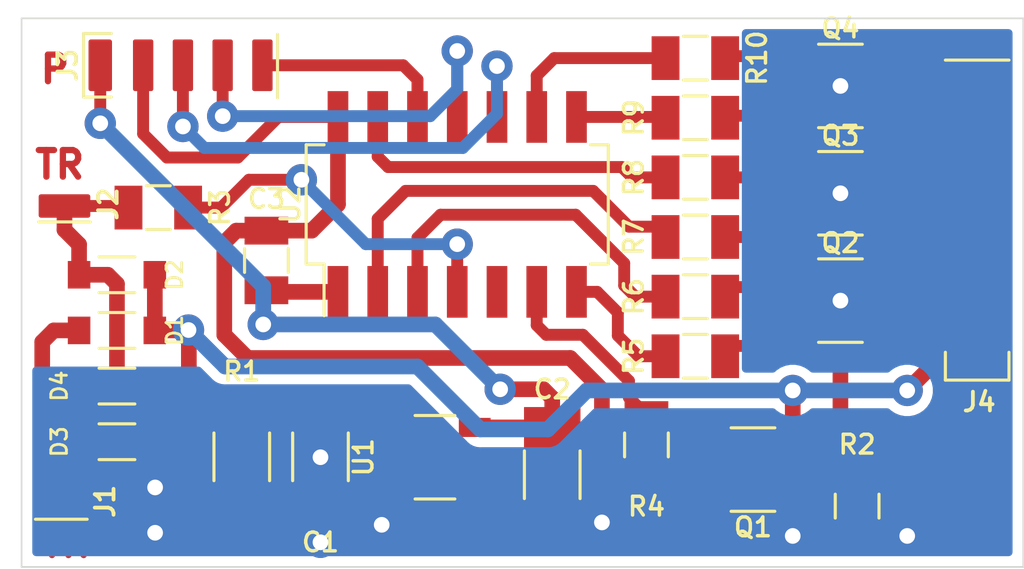
<source format=kicad_pcb>
(kicad_pcb (version 20171130) (host pcbnew 5.1.6-c6e7f7d~87~ubuntu20.04.1)

  (general
    (thickness 1.6)
    (drawings 10)
    (tracks 242)
    (zones 0)
    (modules 27)
    (nets 34)
  )

  (page A4)
  (title_block
    (title "DCC Function Decoder")
    (rev 1)
  )

  (layers
    (0 F.Cu signal)
    (31 B.Cu signal)
    (32 B.Adhes user)
    (33 F.Adhes user)
    (34 B.Paste user)
    (35 F.Paste user)
    (36 B.SilkS user)
    (37 F.SilkS user)
    (38 B.Mask user)
    (39 F.Mask user)
    (40 Dwgs.User user)
    (41 Cmts.User user)
    (42 Eco1.User user)
    (43 Eco2.User user)
    (44 Edge.Cuts user)
    (45 Margin user)
    (46 B.CrtYd user)
    (47 F.CrtYd user)
    (48 B.Fab user)
    (49 F.Fab user)
  )

  (setup
    (last_trace_width 0.25)
    (user_trace_width 0.38)
    (user_trace_width 0.5)
    (user_trace_width 0.65)
    (user_trace_width 0.8)
    (user_trace_width 1)
    (trace_clearance 0.25)
    (zone_clearance 0.318)
    (zone_45_only no)
    (trace_min 0.2)
    (via_size 0.8)
    (via_drill 0.4)
    (via_min_size 0.4)
    (via_min_drill 0.3)
    (user_via 1 0.5)
    (user_via 1.2 0.6)
    (uvia_size 0.3)
    (uvia_drill 0.1)
    (uvias_allowed no)
    (uvia_min_size 0.2)
    (uvia_min_drill 0.1)
    (edge_width 0.05)
    (segment_width 0.2)
    (pcb_text_width 0.3)
    (pcb_text_size 1.5 1.5)
    (mod_edge_width 0.12)
    (mod_text_size 1 1)
    (mod_text_width 0.15)
    (pad_size 1.524 1.524)
    (pad_drill 0.762)
    (pad_to_mask_clearance 0.051)
    (solder_mask_min_width 0.25)
    (aux_axis_origin 0 0)
    (visible_elements FFFFFF7F)
    (pcbplotparams
      (layerselection 0x20000_7ffffffe)
      (usegerberextensions true)
      (usegerberattributes false)
      (usegerberadvancedattributes false)
      (creategerberjobfile false)
      (excludeedgelayer true)
      (linewidth 0.100000)
      (plotframeref false)
      (viasonmask false)
      (mode 1)
      (useauxorigin false)
      (hpglpennumber 1)
      (hpglpenspeed 20)
      (hpglpendiameter 15.000000)
      (psnegative false)
      (psa4output false)
      (plotreference true)
      (plotvalue true)
      (plotinvisibletext false)
      (padsonsilk false)
      (subtractmaskfromsilk false)
      (outputformat 4)
      (mirror false)
      (drillshape 0)
      (scaleselection 1)
      (outputdirectory ""))
  )

  (net 0 "")
  (net 1 "Net-(C1-Pad2)")
  (net 2 GND)
  (net 3 VCC)
  (net 4 "Net-(D1-Pad2)")
  (net 5 "Net-(D1-Pad1)")
  (net 6 "Net-(D2-Pad2)")
  (net 7 "Net-(J3-Pad3)")
  (net 8 "Net-(J4-Pad2)")
  (net 9 "Net-(J4-Pad3)")
  (net 10 "Net-(J4-Pad4)")
  (net 11 "Net-(J4-Pad5)")
  (net 12 "Net-(J4-Pad6)")
  (net 13 "Net-(J4-Pad7)")
  (net 14 "Net-(Q2-Pad1)")
  (net 15 "Net-(Q2-Pad3)")
  (net 16 "Net-(Q3-Pad1)")
  (net 17 "Net-(Q3-Pad3)")
  (net 18 "Net-(Q4-Pad3)")
  (net 19 "Net-(Q4-Pad1)")
  (net 20 "Net-(U1-Pad4)")
  (net 21 "Net-(U2-Pad5)")
  (net 22 /DCC)
  (net 23 /ACK)
  (net 24 /OUT1)
  (net 25 /OUT2)
  (net 26 /OUT3)
  (net 27 /OUT4)
  (net 28 /OUT5)
  (net 29 /OUT6)
  (net 30 "Net-(J3-Pad5)")
  (net 31 "Net-(J3-Pad4)")
  (net 32 "Net-(Q1-Pad2)")
  (net 33 "Net-(Q1-Pad5)")

  (net_class Default "This is the default net class."
    (clearance 0.25)
    (trace_width 0.25)
    (via_dia 0.8)
    (via_drill 0.4)
    (uvia_dia 0.3)
    (uvia_drill 0.1)
    (add_net /ACK)
    (add_net /DCC)
    (add_net /OUT1)
    (add_net /OUT2)
    (add_net /OUT3)
    (add_net /OUT4)
    (add_net /OUT5)
    (add_net /OUT6)
    (add_net GND)
    (add_net "Net-(C1-Pad2)")
    (add_net "Net-(D1-Pad1)")
    (add_net "Net-(D1-Pad2)")
    (add_net "Net-(D2-Pad2)")
    (add_net "Net-(J3-Pad3)")
    (add_net "Net-(J3-Pad4)")
    (add_net "Net-(J3-Pad5)")
    (add_net "Net-(J4-Pad2)")
    (add_net "Net-(J4-Pad3)")
    (add_net "Net-(J4-Pad4)")
    (add_net "Net-(J4-Pad5)")
    (add_net "Net-(J4-Pad6)")
    (add_net "Net-(J4-Pad7)")
    (add_net "Net-(Q1-Pad2)")
    (add_net "Net-(Q1-Pad5)")
    (add_net "Net-(Q2-Pad1)")
    (add_net "Net-(Q2-Pad3)")
    (add_net "Net-(Q3-Pad1)")
    (add_net "Net-(Q3-Pad3)")
    (add_net "Net-(Q4-Pad1)")
    (add_net "Net-(Q4-Pad3)")
    (add_net "Net-(U1-Pad4)")
    (add_net "Net-(U2-Pad5)")
    (add_net VCC)
  )

  (module "NGS Elements SMD:SMD_1206_HS" (layer F.Cu) (tedit 5E957138) (tstamp 5E96F598)
    (at 29.6545 27.2796 270)
    (path /5E92F351)
    (attr smd)
    (fp_text reference C2 (at -2.7305 0) (layer F.SilkS)
      (effects (font (size 0.6 0.6) (thickness 0.11)))
    )
    (fp_text value 10u (at 0 0 90) (layer F.Fab)
      (effects (font (size 0.6 0.6) (thickness 0.11)))
    )
    (fp_line (start 1.524 -0.9525) (end 2.2225 -0.9525) (layer F.Fab) (width 0.05))
    (fp_line (start 2.2225 -0.9525) (end 2.2225 0.9525) (layer F.Fab) (width 0.05))
    (fp_line (start 2.2225 0.9525) (end 1.524 0.9525) (layer F.Fab) (width 0.05))
    (fp_line (start -1.524 -0.9525) (end -2.2225 -0.9525) (layer F.Fab) (width 0.05))
    (fp_line (start -2.2225 -0.9525) (end -2.2225 0.9525) (layer F.Fab) (width 0.05))
    (fp_line (start -2.2225 0.9525) (end -1.524 0.9525) (layer F.Fab) (width 0.05))
    (fp_line (start -2.286 -1.016) (end -2.286 1.016) (layer F.CrtYd) (width 0.05))
    (fp_line (start -2.286 1.016) (end 2.286 1.016) (layer F.CrtYd) (width 0.05))
    (fp_line (start 2.286 1.016) (end 2.286 -1.016) (layer F.CrtYd) (width 0.05))
    (fp_line (start 2.286 -1.016) (end -2.286 -1.016) (layer F.CrtYd) (width 0.05))
    (fp_line (start -0.762 0.889) (end 0.762 0.889) (layer F.SilkS) (width 0.1))
    (fp_line (start -0.762 -0.889) (end 0.762 -0.889) (layer F.SilkS) (width 0.1))
    (pad 2 smd rect (at 1.5113 0 270) (size 1.30048 1.8034) (layers F.Cu F.Paste F.Mask)
      (net 2 GND))
    (pad 1 smd rect (at -1.5113 0 270) (size 1.30048 1.8034) (layers F.Cu F.Paste F.Mask)
      (net 3 VCC))
    (model smd/chip_cms.wrl
      (at (xyz 0 0 0))
      (scale (xyz 0 1 1))
      (rotate (xyz 0 0 0))
    )
  )

  (module "NGS Elements SMD:SOD323_HS" (layer F.Cu) (tedit 5F0D79DA) (tstamp 5E96FCE0)
    (at 15.748 20.8915 180)
    (descr SOD323)
    (tags CMS)
    (path /5E8B7AE1)
    (fp_text reference D2 (at -1.8415 0 90) (layer F.SilkS)
      (effects (font (size 0.5 0.5) (thickness 0.09)))
    )
    (fp_text value PMEG4010 (at 0.0635 0) (layer F.Fab)
      (effects (font (size 0.5 0.5) (thickness 0.09)))
    )
    (fp_line (start 0.5715 0.5715) (end -0.5715 0.5715) (layer F.SilkS) (width 0.1))
    (fp_line (start -0.5715 -0.5715) (end 0.5715 -0.5715) (layer F.SilkS) (width 0.1))
    (fp_line (start -1.651 -0.6985) (end -1.651 0.6985) (layer F.CrtYd) (width 0.05))
    (fp_line (start 1.651 -0.6985) (end -1.651 -0.6985) (layer F.CrtYd) (width 0.05))
    (fp_line (start 1.651 0.6985) (end 1.651 -0.6985) (layer F.CrtYd) (width 0.05))
    (fp_line (start -1.651 0.6985) (end 1.651 0.6985) (layer F.CrtYd) (width 0.05))
    (fp_line (start -1.143 -0.4826) (end -1.6002 -0.4826) (layer F.Fab) (width 0.05))
    (fp_line (start -1.6002 0.4826) (end -1.143 0.4826) (layer F.Fab) (width 0.05))
    (fp_line (start -1.6002 -0.4826) (end -1.6002 0.4826) (layer F.Fab) (width 0.05))
    (fp_line (start 1.6002 -0.4826) (end 1.143 -0.4826) (layer F.Fab) (width 0.05))
    (fp_line (start 1.6002 0.4826) (end 1.6002 -0.4826) (layer F.Fab) (width 0.05))
    (fp_line (start 1.143 0.4826) (end 1.6002 0.4826) (layer F.Fab) (width 0.05))
    (fp_text user K (at -1.8415 -0.6985) (layer F.Fab)
      (effects (font (size 0.6 0.6) (thickness 0.11)))
    )
    (pad 2 smd rect (at 1.21 0 180) (size 0.72 0.88) (layers F.Cu F.Paste F.Mask)
      (net 6 "Net-(D2-Pad2)"))
    (pad 1 smd rect (at -1.21 0 180) (size 0.72 0.88) (layers F.Cu F.Paste F.Mask)
      (net 5 "Net-(D1-Pad1)"))
  )

  (module "NGS Elements SMD:SOD323_HS" (layer F.Cu) (tedit 5F0D79DA) (tstamp 5E96FD16)
    (at 15.748 22.6695 180)
    (descr SOD323)
    (tags CMS)
    (path /5E8B7744)
    (fp_text reference D1 (at -1.8415 0 90) (layer F.SilkS)
      (effects (font (size 0.5 0.5) (thickness 0.09)))
    )
    (fp_text value PMEG4010 (at 0.0635 0) (layer F.Fab)
      (effects (font (size 0.5 0.5) (thickness 0.09)))
    )
    (fp_line (start 0.5715 0.5715) (end -0.5715 0.5715) (layer F.SilkS) (width 0.1))
    (fp_line (start -0.5715 -0.5715) (end 0.5715 -0.5715) (layer F.SilkS) (width 0.1))
    (fp_line (start -1.651 -0.6985) (end -1.651 0.6985) (layer F.CrtYd) (width 0.05))
    (fp_line (start 1.651 -0.6985) (end -1.651 -0.6985) (layer F.CrtYd) (width 0.05))
    (fp_line (start 1.651 0.6985) (end 1.651 -0.6985) (layer F.CrtYd) (width 0.05))
    (fp_line (start -1.651 0.6985) (end 1.651 0.6985) (layer F.CrtYd) (width 0.05))
    (fp_line (start -1.143 -0.4826) (end -1.6002 -0.4826) (layer F.Fab) (width 0.05))
    (fp_line (start -1.6002 0.4826) (end -1.143 0.4826) (layer F.Fab) (width 0.05))
    (fp_line (start -1.6002 -0.4826) (end -1.6002 0.4826) (layer F.Fab) (width 0.05))
    (fp_line (start 1.6002 -0.4826) (end 1.143 -0.4826) (layer F.Fab) (width 0.05))
    (fp_line (start 1.6002 0.4826) (end 1.6002 -0.4826) (layer F.Fab) (width 0.05))
    (fp_line (start 1.143 0.4826) (end 1.6002 0.4826) (layer F.Fab) (width 0.05))
    (fp_text user K (at -1.8415 -0.6985) (layer F.Fab)
      (effects (font (size 0.6 0.6) (thickness 0.11)))
    )
    (pad 2 smd rect (at 1.21 0 180) (size 0.72 0.88) (layers F.Cu F.Paste F.Mask)
      (net 4 "Net-(D1-Pad2)"))
    (pad 1 smd rect (at -1.21 0 180) (size 0.72 0.88) (layers F.Cu F.Paste F.Mask)
      (net 5 "Net-(D1-Pad1)"))
  )

  (module "NGS Elements SMD:SOD323_HS" (layer F.Cu) (tedit 5F0D79DA) (tstamp 5E96FD82)
    (at 15.748 26.2255)
    (descr SOD323)
    (tags CMS)
    (path /5E8B6CEF)
    (fp_text reference D3 (at -1.8415 0 90) (layer F.SilkS)
      (effects (font (size 0.5 0.5) (thickness 0.09)))
    )
    (fp_text value PMEG4010 (at 0.0635 0) (layer F.Fab)
      (effects (font (size 0.5 0.5) (thickness 0.09)))
    )
    (fp_line (start 0.5715 0.5715) (end -0.5715 0.5715) (layer F.SilkS) (width 0.1))
    (fp_line (start -0.5715 -0.5715) (end 0.5715 -0.5715) (layer F.SilkS) (width 0.1))
    (fp_line (start -1.651 -0.6985) (end -1.651 0.6985) (layer F.CrtYd) (width 0.05))
    (fp_line (start 1.651 -0.6985) (end -1.651 -0.6985) (layer F.CrtYd) (width 0.05))
    (fp_line (start 1.651 0.6985) (end 1.651 -0.6985) (layer F.CrtYd) (width 0.05))
    (fp_line (start -1.651 0.6985) (end 1.651 0.6985) (layer F.CrtYd) (width 0.05))
    (fp_line (start -1.143 -0.4826) (end -1.6002 -0.4826) (layer F.Fab) (width 0.05))
    (fp_line (start -1.6002 0.4826) (end -1.143 0.4826) (layer F.Fab) (width 0.05))
    (fp_line (start -1.6002 -0.4826) (end -1.6002 0.4826) (layer F.Fab) (width 0.05))
    (fp_line (start 1.6002 -0.4826) (end 1.143 -0.4826) (layer F.Fab) (width 0.05))
    (fp_line (start 1.6002 0.4826) (end 1.6002 -0.4826) (layer F.Fab) (width 0.05))
    (fp_line (start 1.143 0.4826) (end 1.6002 0.4826) (layer F.Fab) (width 0.05))
    (fp_text user K (at -1.8415 -0.6985) (layer F.Fab)
      (effects (font (size 0.6 0.6) (thickness 0.11)))
    )
    (pad 2 smd rect (at 1.21 0) (size 0.72 0.88) (layers F.Cu F.Paste F.Mask)
      (net 2 GND))
    (pad 1 smd rect (at -1.21 0) (size 0.72 0.88) (layers F.Cu F.Paste F.Mask)
      (net 4 "Net-(D1-Pad2)"))
  )

  (module "NGS Elements SMD:SOD323_HS" (layer F.Cu) (tedit 5F0D79DA) (tstamp 5E971E2A)
    (at 15.748 24.4475)
    (descr SOD323)
    (tags CMS)
    (path /5E8B5E38)
    (fp_text reference D4 (at -1.8415 0 90) (layer F.SilkS)
      (effects (font (size 0.5 0.5) (thickness 0.09)))
    )
    (fp_text value PMEG4010 (at 0.0635 0) (layer F.Fab)
      (effects (font (size 0.5 0.5) (thickness 0.09)))
    )
    (fp_line (start 0.5715 0.5715) (end -0.5715 0.5715) (layer F.SilkS) (width 0.1))
    (fp_line (start -0.5715 -0.5715) (end 0.5715 -0.5715) (layer F.SilkS) (width 0.1))
    (fp_line (start -1.651 -0.6985) (end -1.651 0.6985) (layer F.CrtYd) (width 0.05))
    (fp_line (start 1.651 -0.6985) (end -1.651 -0.6985) (layer F.CrtYd) (width 0.05))
    (fp_line (start 1.651 0.6985) (end 1.651 -0.6985) (layer F.CrtYd) (width 0.05))
    (fp_line (start -1.651 0.6985) (end 1.651 0.6985) (layer F.CrtYd) (width 0.05))
    (fp_line (start -1.143 -0.4826) (end -1.6002 -0.4826) (layer F.Fab) (width 0.05))
    (fp_line (start -1.6002 0.4826) (end -1.143 0.4826) (layer F.Fab) (width 0.05))
    (fp_line (start -1.6002 -0.4826) (end -1.6002 0.4826) (layer F.Fab) (width 0.05))
    (fp_line (start 1.6002 -0.4826) (end 1.143 -0.4826) (layer F.Fab) (width 0.05))
    (fp_line (start 1.6002 0.4826) (end 1.6002 -0.4826) (layer F.Fab) (width 0.05))
    (fp_line (start 1.143 0.4826) (end 1.6002 0.4826) (layer F.Fab) (width 0.05))
    (fp_text user K (at -1.8415 -0.6985) (layer F.Fab)
      (effects (font (size 0.6 0.6) (thickness 0.11)))
    )
    (pad 2 smd rect (at 1.21 0) (size 0.72 0.88) (layers F.Cu F.Paste F.Mask)
      (net 2 GND))
    (pad 1 smd rect (at -1.21 0) (size 0.72 0.88) (layers F.Cu F.Paste F.Mask)
      (net 6 "Net-(D2-Pad2)"))
  )

  (module "NGS Elements SMD:SOT23-5_HS" (layer F.Cu) (tedit 5AA4D664) (tstamp 5F0E6FA2)
    (at 25.908 26.7208)
    (descr SOT23-5)
    (path /5E92D958)
    (attr smd)
    (fp_text reference U1 (at -2.286 0 90) (layer F.SilkS)
      (effects (font (size 0.6 0.6) (thickness 0.11)))
    )
    (fp_text value AP2204K-5.0 (at 0.1905 0 90) (layer F.Fab)
      (effects (font (size 0.6 0.6) (thickness 0.11)))
    )
    (fp_line (start 0.635 -1.3335) (end -0.635 -1.3335) (layer F.SilkS) (width 0.1))
    (fp_line (start -0.635 1.3335) (end 0.635 1.3335) (layer F.SilkS) (width 0.1))
    (fp_line (start -1.905 1.4605) (end -1.905 -1.4605) (layer F.CrtYd) (width 0.05))
    (fp_line (start 1.905 1.4605) (end -1.905 1.4605) (layer F.CrtYd) (width 0.05))
    (fp_line (start 1.905 -1.4605) (end 1.905 1.4605) (layer F.CrtYd) (width 0.05))
    (fp_line (start -1.905 -1.4605) (end 1.905 -1.4605) (layer F.CrtYd) (width 0.05))
    (fp_line (start 0.6985 1.27) (end -0.6985 1.27) (layer F.Fab) (width 0.05))
    (fp_line (start 0.6985 -1.27) (end 0.6985 1.27) (layer F.Fab) (width 0.05))
    (fp_line (start -0.6985 -1.016) (end -0.6985 1.27) (layer F.Fab) (width 0.05))
    (fp_line (start -0.4445 -1.27) (end -0.6985 -1.016) (layer F.Fab) (width 0.05))
    (fp_line (start 0.6985 -1.27) (end -0.4445 -1.27) (layer F.Fab) (width 0.05))
    (pad 4 smd rect (at 1.27 0.9525) (size 1.016 0.6096) (layers F.Cu F.Paste F.Mask)
      (net 20 "Net-(U1-Pad4)"))
    (pad 2 smd rect (at -1.27 0) (size 1.016 0.6096) (layers F.Cu F.Paste F.Mask)
      (net 2 GND))
    (pad 5 smd rect (at 1.27 -0.9525) (size 1.016 0.6096) (layers F.Cu F.Paste F.Mask)
      (net 3 VCC))
    (pad 3 smd rect (at -1.27 0.9525) (size 1.016 0.6096) (layers F.Cu F.Paste F.Mask)
      (net 1 "Net-(C1-Pad2)"))
    (pad 1 smd rect (at -1.27 -0.9525) (size 1.016 0.6096) (layers F.Cu F.Paste F.Mask)
      (net 1 "Net-(C1-Pad2)"))
  )

  (module "NGS Elements SMD:SMD_0805_HS" (layer F.Cu) (tedit 5A73146A) (tstamp 5E96E6C7)
    (at 39.3954 28.2829 270)
    (path /5E8B8DC6)
    (attr smd)
    (fp_text reference R2 (at -1.9685 0) (layer F.SilkS)
      (effects (font (size 0.6 0.6) (thickness 0.11)))
    )
    (fp_text value 8R2 (at -0.0635 -0.0635 90) (layer F.Fab)
      (effects (font (size 0.6 0.6) (thickness 0.11)))
    )
    (fp_line (start -0.381 -0.6985) (end 0.381 -0.6985) (layer F.SilkS) (width 0.1))
    (fp_line (start -0.381 0.6985) (end 0.381 0.6985) (layer F.SilkS) (width 0.1))
    (fp_line (start 1.524 -0.8255) (end -1.524 -0.8255) (layer F.CrtYd) (width 0.05))
    (fp_line (start 1.524 0.8255) (end 1.524 -0.8255) (layer F.CrtYd) (width 0.05))
    (fp_line (start -1.524 0.8255) (end 1.524 0.8255) (layer F.CrtYd) (width 0.05))
    (fp_line (start -1.524 -0.8255) (end -1.524 0.8255) (layer F.CrtYd) (width 0.05))
    (fp_line (start -1.4605 0.762) (end -0.9525 0.762) (layer F.Fab) (width 0.05))
    (fp_line (start -1.4605 -0.762) (end -1.4605 0.762) (layer F.Fab) (width 0.05))
    (fp_line (start -0.9525 -0.762) (end -1.4605 -0.762) (layer F.Fab) (width 0.05))
    (fp_line (start 1.4605 0.762) (end 0.9525 0.762) (layer F.Fab) (width 0.05))
    (fp_line (start 1.4605 -0.762) (end 1.4605 0.762) (layer F.Fab) (width 0.05))
    (fp_line (start 0.9525 -0.762) (end 1.4605 -0.762) (layer F.Fab) (width 0.05))
    (pad 2 smd rect (at 0.9525 0 270) (size 0.889 1.397) (layers F.Cu F.Paste F.Mask)
      (net 2 GND))
    (pad 1 smd rect (at -0.9525 0 270) (size 0.889 1.397) (layers F.Cu F.Paste F.Mask)
      (net 32 "Net-(Q1-Pad2)"))
    (model smd/chip_cms.wrl
      (at (xyz 0 0 0))
      (scale (xyz 0 1 1))
      (rotate (xyz 0 0 0))
    )
  )

  (module "NGS Elements SMD:SOT23-6_HS" (layer F.Cu) (tedit 5AA4D690) (tstamp 5F0EA2A8)
    (at 36.068 27.1145 90)
    (tags SOT23_5)
    (path /5F0EA001)
    (fp_text reference Q1 (at -1.8415 0) (layer F.SilkS)
      (effects (font (size 0.6 0.6) (thickness 0.11)))
    )
    (fp_text value BC817UE (at 0 -0.127 270) (layer F.Fab)
      (effects (font (size 0.6 0.6) (thickness 0.11)))
    )
    (fp_line (start -1.3335 -0.6985) (end -1.3335 0.6985) (layer F.SilkS) (width 0.1))
    (fp_line (start 1.3335 -0.6985) (end 1.3335 0.6985) (layer F.SilkS) (width 0.1))
    (fp_line (start -1.4605 1.905) (end -1.4605 -1.905) (layer F.CrtYd) (width 0.05))
    (fp_line (start 1.4605 1.905) (end -1.4605 1.905) (layer F.CrtYd) (width 0.05))
    (fp_line (start 1.4605 -1.905) (end 1.4605 1.905) (layer F.CrtYd) (width 0.05))
    (fp_line (start -1.4605 -1.905) (end 1.4605 -1.905) (layer F.CrtYd) (width 0.05))
    (fp_line (start -1.27 0.254) (end -1.27 -0.6985) (layer F.Fab) (width 0.05))
    (fp_line (start -0.8255 0.6985) (end -1.27 0.254) (layer F.Fab) (width 0.05))
    (fp_line (start 1.27 0.6985) (end -0.8255 0.6985) (layer F.Fab) (width 0.05))
    (fp_line (start 1.27 -0.6985) (end 1.27 0.6985) (layer F.Fab) (width 0.05))
    (fp_line (start -1.27 -0.6985) (end 1.27 -0.6985) (layer F.Fab) (width 0.05))
    (pad 1 smd rect (at -0.9525 1.27 90) (size 0.6096 1.016) (layers F.Cu F.Paste F.Mask)
      (net 2 GND))
    (pad 2 smd rect (at 0 1.27 90) (size 0.6096 1.016) (layers F.Cu F.Paste F.Mask)
      (net 32 "Net-(Q1-Pad2)"))
    (pad 3 smd rect (at 0.9525 1.27 90) (size 0.6096 1.016) (layers F.Cu F.Paste F.Mask)
      (net 5 "Net-(D1-Pad1)"))
    (pad 4 smd rect (at 0.9525 -1.27 90) (size 0.6096 1.016) (layers F.Cu F.Paste F.Mask)
      (net 32 "Net-(Q1-Pad2)"))
    (pad 5 smd rect (at 0 -1.27 90) (size 0.6096 1.016) (layers F.Cu F.Paste F.Mask)
      (net 33 "Net-(Q1-Pad5)"))
    (pad 6 smd rect (at -0.9525 -1.27 90) (size 0.6096 1.016) (layers F.Cu F.Paste F.Mask)
      (net 33 "Net-(Q1-Pad5)"))
    (model techno/SOT23_6.wrl
      (at (xyz 0 0 0))
      (scale (xyz 0 1 1))
      (rotate (xyz -90 0 0))
    )
  )

  (module NGS_Connectors_SMD:Array_1-50mm_1X7_SMD (layer F.Cu) (tedit 5E96BC2C) (tstamp 5F0E8117)
    (at 43.2308 19.05 90)
    (descr "single row pin array")
    (tags "pin array")
    (path /5E8BBD46)
    (fp_text reference J4 (at -5.9055 0.0635) (layer F.SilkS)
      (effects (font (size 0.6 0.6) (thickness 0.12)))
    )
    (fp_text value Pad1.5x7 (at 0 -1.651 90) (layer F.Fab)
      (effects (font (size 0.6 0.6) (thickness 0.12)))
    )
    (fp_line (start 5.08 1.0795) (end 5.08 -1.0795) (layer F.CrtYd) (width 0.05))
    (fp_line (start -5.2705 1.0795) (end 5.08 1.0795) (layer F.CrtYd) (width 0.05))
    (fp_line (start -5.2705 -1.0795) (end -5.2705 1.0795) (layer F.CrtYd) (width 0.05))
    (fp_line (start 5.08 -1.0795) (end -5.2705 -1.0795) (layer F.CrtYd) (width 0.05))
    (fp_line (start -5.1435 0.254) (end -5.1435 -0.9525) (layer F.Fab) (width 0.05))
    (fp_line (start -4.191 0.9525) (end -5.1435 0.254) (layer F.Fab) (width 0.05))
    (fp_line (start 4.953 0.9525) (end -4.191 0.9525) (layer F.Fab) (width 0.05))
    (fp_line (start 4.953 -0.9525) (end 4.953 0.9525) (layer F.Fab) (width 0.05))
    (fp_line (start -5.1435 -0.9525) (end 4.953 -0.9525) (layer F.Fab) (width 0.05))
    (fp_line (start 5.0165 -1.016) (end 5.0165 1.016) (layer F.SilkS) (width 0.1))
    (fp_line (start -5.207 -1.016) (end -4.318 -1.016) (layer F.SilkS) (width 0.1))
    (fp_line (start -5.207 1.016) (end -4.318 1.016) (layer F.SilkS) (width 0.1))
    (fp_line (start -5.207 -1.016) (end -5.207 1.016) (layer F.SilkS) (width 0.1))
    (pad 7 smd roundrect (at 4.5 0 90) (size 0.85 1.65) (layers F.Cu F.Paste F.Mask) (roundrect_rratio 0.1)
      (net 13 "Net-(J4-Pad7)"))
    (pad 6 smd roundrect (at 3 0 90) (size 0.85 1.65) (layers F.Cu F.Paste F.Mask) (roundrect_rratio 0.1)
      (net 12 "Net-(J4-Pad6)"))
    (pad 5 smd roundrect (at 1.5 0 90) (size 0.85 1.65) (layers F.Cu F.Paste F.Mask) (roundrect_rratio 0.1)
      (net 11 "Net-(J4-Pad5)"))
    (pad 4 smd roundrect (at 0 0 90) (size 0.85 1.65) (layers F.Cu F.Paste F.Mask) (roundrect_rratio 0.1)
      (net 10 "Net-(J4-Pad4)"))
    (pad 3 smd roundrect (at -1.5 0 90) (size 0.85 1.65) (layers F.Cu F.Paste F.Mask) (roundrect_rratio 0.1)
      (net 9 "Net-(J4-Pad3)"))
    (pad 2 smd roundrect (at -3 0 90) (size 0.85 1.65) (layers F.Cu F.Paste F.Mask) (roundrect_rratio 0.1)
      (net 8 "Net-(J4-Pad2)"))
    (pad 1 smd roundrect (at -4.6 0 90) (size 0.95 1.65) (layers F.Cu F.Paste F.Mask) (roundrect_rratio 0.1)
      (net 5 "Net-(D1-Pad1)"))
  )

  (module NGS_Connectors_SMD:Array_1-27mm_1X5_SMD (layer F.Cu) (tedit 5F0E036C) (tstamp 5E924ACA)
    (at 17.8546 14.1986)
    (descr "single row pin array")
    (tags "pin array")
    (path /5F15FDF4)
    (fp_text reference J3 (at -3.683 0 90) (layer F.SilkS)
      (effects (font (size 0.6 0.6) (thickness 0.12)))
    )
    (fp_text value Pad1.27x5 (at 0 -1.524) (layer F.Fab)
      (effects (font (size 0.6 0.6) (thickness 0.12)))
    )
    (fp_line (start 3.0734 1.0795) (end 3.0734 -1.0668) (layer F.CrtYd) (width 0.05))
    (fp_line (start -3.2385 1.0795) (end 3.0734 1.0795) (layer F.CrtYd) (width 0.05))
    (fp_line (start -3.2385 -1.0795) (end -3.2385 1.0795) (layer F.CrtYd) (width 0.05))
    (fp_line (start 3.0734 -1.0795) (end -3.2385 -1.0795) (layer F.CrtYd) (width 0.05))
    (fp_line (start -3.1115 0.254) (end -3.1115 -0.9525) (layer F.Fab) (width 0.05))
    (fp_line (start -2.159 0.9525) (end -3.1115 0.254) (layer F.Fab) (width 0.05))
    (fp_line (start 2.9464 0.9525) (end -2.159 0.9525) (layer F.Fab) (width 0.05))
    (fp_line (start 2.9464 -0.9525) (end 2.9464 0.9398) (layer F.Fab) (width 0.05))
    (fp_line (start -3.1115 -0.9525) (end 2.9464 -0.9525) (layer F.Fab) (width 0.05))
    (fp_line (start 3.0226 -0.9906) (end 3.0226 1.0414) (layer F.SilkS) (width 0.1))
    (fp_line (start -3.175 -1.016) (end -2.286 -1.016) (layer F.SilkS) (width 0.1))
    (fp_line (start -3.175 1.016) (end -2.286 1.016) (layer F.SilkS) (width 0.1))
    (fp_line (start -3.175 -1.016) (end -3.175 1.016) (layer F.SilkS) (width 0.1))
    (pad 5 smd roundrect (at 2.54 0) (size 0.65 1.65) (layers F.Cu F.Paste F.Mask) (roundrect_rratio 0.1)
      (net 30 "Net-(J3-Pad5)"))
    (pad 4 smd roundrect (at 1.27 0) (size 0.65 1.65) (layers F.Cu F.Paste F.Mask) (roundrect_rratio 0.1)
      (net 31 "Net-(J3-Pad4)"))
    (pad 3 smd roundrect (at 0 0) (size 0.65 1.65) (layers F.Cu F.Paste F.Mask) (roundrect_rratio 0.1)
      (net 7 "Net-(J3-Pad3)"))
    (pad 2 smd roundrect (at -1.27 0) (size 0.65 1.65) (layers F.Cu F.Paste F.Mask) (roundrect_rratio 0.1)
      (net 2 GND))
    (pad 1 smd roundrect (at -2.64 0) (size 0.75 1.65) (layers F.Cu F.Paste F.Mask) (roundrect_rratio 0.1)
      (net 3 VCC))
  )

  (module NGS_Connectors_SMD:Array_1-27mm_1X1_SMD (layer F.Cu) (tedit 5E91E93E) (tstamp 5E924AA8)
    (at 13.97 28.194 90)
    (descr "single connection point")
    (tags array)
    (path /5E8BAFB0)
    (fp_text reference J1 (at 0.0635 1.397 90) (layer F.SilkS)
      (effects (font (size 0.6 0.6) (thickness 0.12)))
    )
    (fp_text value Padx1 (at -0.0635 -1.397 90) (layer F.Fab)
      (effects (font (size 0.6 0.6) (thickness 0.12)))
    )
    (fp_line (start -0.4445 0.889) (end -0.4445 -0.889) (layer F.Fab) (width 0.05))
    (fp_line (start 0.4445 0.889) (end -0.4445 0.889) (layer F.Fab) (width 0.05))
    (fp_line (start 0.4445 -0.889) (end 0.4445 0.889) (layer F.Fab) (width 0.05))
    (fp_line (start -0.4445 -0.889) (end 0.4445 -0.889) (layer F.Fab) (width 0.05))
    (fp_line (start 0.381 -0.8255) (end 0.381 0.8255) (layer F.CrtYd) (width 0.05))
    (fp_line (start -0.381 0.8255) (end 0.381 0.8255) (layer F.CrtYd) (width 0.05))
    (fp_line (start -0.381 -0.8255) (end -0.381 0.8255) (layer F.CrtYd) (width 0.05))
    (fp_line (start -0.381 -0.8255) (end 0.381 -0.8255) (layer F.CrtYd) (width 0.05))
    (fp_line (start -0.508 -0.8255) (end -0.508 0.8255) (layer F.SilkS) (width 0.1))
    (pad 1 smd roundrect (at 0 0 90) (size 0.75 1.65) (layers F.Cu F.Paste F.Mask) (roundrect_rratio 0.1)
      (net 4 "Net-(D1-Pad2)"))
  )

  (module "NGS Elements SMD:SOIC14_HS" (layer F.Cu) (tedit 5A746ABB) (tstamp 5E967A69)
    (at 26.6192 18.6436)
    (descr "module CMS SOIC 14 pins")
    (tags "CMS SOIC")
    (path /5E96765C)
    (attr smd)
    (fp_text reference U2 (at -5.334 0 90) (layer F.SilkS)
      (effects (font (size 0.6 0.6) (thickness 0.11)))
    )
    (fp_text value ATtiny1614-SS (at -0.1905 0.0635) (layer F.Fab)
      (effects (font (size 0.6 0.6) (thickness 0.11)))
    )
    (fp_line (start 4.7625 1.8415) (end -3.81 1.8415) (layer F.Fab) (width 0.05))
    (fp_line (start -3.81 1.8415) (end -4.7625 0.8255) (layer F.Fab) (width 0.05))
    (fp_line (start -4.7625 0.8255) (end -4.7625 -1.8415) (layer F.Fab) (width 0.05))
    (fp_line (start -4.7625 -1.8415) (end 4.7625 -1.8415) (layer F.Fab) (width 0.05))
    (fp_line (start 4.7625 -1.8415) (end 4.7625 1.8415) (layer F.Fab) (width 0.05))
    (fp_line (start 4.826 1.905) (end 4.2545 1.905) (layer F.SilkS) (width 0.1))
    (fp_line (start 4.826 -1.905) (end 4.2545 -1.905) (layer F.SilkS) (width 0.1))
    (fp_line (start -4.826 1.905) (end -4.2545 1.905) (layer F.SilkS) (width 0.1))
    (fp_line (start -4.2545 1.905) (end -4.2545 3.556) (layer F.SilkS) (width 0.1))
    (fp_line (start -4.826 -1.905) (end -4.2545 -1.905) (layer F.SilkS) (width 0.1))
    (fp_line (start -4.953 3.683) (end 4.953 3.683) (layer F.CrtYd) (width 0.05))
    (fp_line (start 4.953 3.683) (end 4.953 -3.683) (layer F.CrtYd) (width 0.05))
    (fp_line (start 4.953 -3.683) (end -4.953 -3.683) (layer F.CrtYd) (width 0.05))
    (fp_line (start -4.953 -3.683) (end -4.953 3.683) (layer F.CrtYd) (width 0.05))
    (fp_line (start 4.826 -1.905) (end 4.826 1.905) (layer F.SilkS) (width 0.1))
    (fp_line (start -4.826 1.905) (end -4.826 -1.905) (layer F.SilkS) (width 0.1))
    (pad 14 smd rect (at -3.81 -2.794) (size 0.6604 1.651) (layers F.Cu F.Paste F.Mask)
      (net 2 GND))
    (pad 13 smd rect (at -2.54 -2.794) (size 0.6604 1.651) (layers F.Cu F.Paste F.Mask)
      (net 27 /OUT4))
    (pad 12 smd rect (at -1.27 -2.794) (size 0.6604 1.651) (layers F.Cu F.Paste F.Mask)
      (net 30 "Net-(J3-Pad5)"))
    (pad 11 smd rect (at 0 -2.794) (size 0.6604 1.651) (layers F.Cu F.Paste F.Mask)
      (net 31 "Net-(J3-Pad4)"))
    (pad 10 smd rect (at 1.27 -2.794) (size 0.6604 1.651) (layers F.Cu F.Paste F.Mask)
      (net 7 "Net-(J3-Pad3)"))
    (pad 9 smd rect (at 2.54 -2.794) (size 0.6604 1.651) (layers F.Cu F.Paste F.Mask)
      (net 29 /OUT6))
    (pad 8 smd rect (at 3.81 -2.794) (size 0.6604 1.651) (layers F.Cu F.Paste F.Mask)
      (net 28 /OUT5))
    (pad 7 smd rect (at 3.81 2.794) (size 0.6604 1.651) (layers F.Cu F.Paste F.Mask)
      (net 24 /OUT1))
    (pad 6 smd rect (at 2.54 2.794) (size 0.6604 1.651) (layers F.Cu F.Paste F.Mask)
      (net 23 /ACK))
    (pad 5 smd rect (at 1.27 2.794) (size 0.6604 1.651) (layers F.Cu F.Paste F.Mask)
      (net 21 "Net-(U2-Pad5)"))
    (pad 4 smd rect (at 0 2.794) (size 0.6604 1.651) (layers F.Cu F.Paste F.Mask)
      (net 22 /DCC))
    (pad 3 smd rect (at -1.27 2.794) (size 0.6604 1.651) (layers F.Cu F.Paste F.Mask)
      (net 25 /OUT2))
    (pad 2 smd rect (at -2.54 2.794) (size 0.6604 1.651) (layers F.Cu F.Paste F.Mask)
      (net 26 /OUT3))
    (pad 1 smd rect (at -3.81 2.794) (size 0.6604 1.651) (layers F.Cu F.Paste F.Mask)
      (net 3 VCC))
    (model smd/cms_so14.wrl
      (at (xyz 0 0 0))
      (scale (xyz 0 1 1))
      (rotate (xyz 0 0 0))
    )
  )

  (module "NGS Elements SMD:SMD_0805_HS" (layer F.Cu) (tedit 5A73146A) (tstamp 5F0EA715)
    (at 20.5232 20.4343 270)
    (path /5E8ED382)
    (attr smd)
    (fp_text reference C3 (at -1.9685 0) (layer F.SilkS)
      (effects (font (size 0.6 0.6) (thickness 0.11)))
    )
    (fp_text value 100n (at -0.0635 -0.0635 90) (layer F.Fab)
      (effects (font (size 0.6 0.6) (thickness 0.11)))
    )
    (fp_line (start 0.9525 -0.762) (end 1.4605 -0.762) (layer F.Fab) (width 0.05))
    (fp_line (start 1.4605 -0.762) (end 1.4605 0.762) (layer F.Fab) (width 0.05))
    (fp_line (start 1.4605 0.762) (end 0.9525 0.762) (layer F.Fab) (width 0.05))
    (fp_line (start -0.9525 -0.762) (end -1.4605 -0.762) (layer F.Fab) (width 0.05))
    (fp_line (start -1.4605 -0.762) (end -1.4605 0.762) (layer F.Fab) (width 0.05))
    (fp_line (start -1.4605 0.762) (end -0.9525 0.762) (layer F.Fab) (width 0.05))
    (fp_line (start -1.524 -0.8255) (end -1.524 0.8255) (layer F.CrtYd) (width 0.05))
    (fp_line (start -1.524 0.8255) (end 1.524 0.8255) (layer F.CrtYd) (width 0.05))
    (fp_line (start 1.524 0.8255) (end 1.524 -0.8255) (layer F.CrtYd) (width 0.05))
    (fp_line (start 1.524 -0.8255) (end -1.524 -0.8255) (layer F.CrtYd) (width 0.05))
    (fp_line (start -0.381 0.6985) (end 0.381 0.6985) (layer F.SilkS) (width 0.1))
    (fp_line (start -0.381 -0.6985) (end 0.381 -0.6985) (layer F.SilkS) (width 0.1))
    (pad 2 smd rect (at 0.9525 0 270) (size 0.889 1.397) (layers F.Cu F.Paste F.Mask)
      (net 3 VCC))
    (pad 1 smd rect (at -0.9525 0 270) (size 0.889 1.397) (layers F.Cu F.Paste F.Mask)
      (net 2 GND))
    (model smd/chip_cms.wrl
      (at (xyz 0 0 0))
      (scale (xyz 0 1 1))
      (rotate (xyz 0 0 0))
    )
  )

  (module "NGS Elements SMD:SMD_1206_HS" (layer F.Cu) (tedit 5E957138) (tstamp 5E96E3C6)
    (at 19.7358 26.7081 270)
    (path /5E924EB7)
    (attr smd)
    (fp_text reference R1 (at -2.7305 0) (layer F.SilkS)
      (effects (font (size 0.6 0.6) (thickness 0.11)))
    )
    (fp_text value 82R (at 0 0 90) (layer F.Fab)
      (effects (font (size 0.6 0.6) (thickness 0.11)))
    )
    (fp_line (start 1.524 -0.9525) (end 2.2225 -0.9525) (layer F.Fab) (width 0.05))
    (fp_line (start 2.2225 -0.9525) (end 2.2225 0.9525) (layer F.Fab) (width 0.05))
    (fp_line (start 2.2225 0.9525) (end 1.524 0.9525) (layer F.Fab) (width 0.05))
    (fp_line (start -1.524 -0.9525) (end -2.2225 -0.9525) (layer F.Fab) (width 0.05))
    (fp_line (start -2.2225 -0.9525) (end -2.2225 0.9525) (layer F.Fab) (width 0.05))
    (fp_line (start -2.2225 0.9525) (end -1.524 0.9525) (layer F.Fab) (width 0.05))
    (fp_line (start -2.286 -1.016) (end -2.286 1.016) (layer F.CrtYd) (width 0.05))
    (fp_line (start -2.286 1.016) (end 2.286 1.016) (layer F.CrtYd) (width 0.05))
    (fp_line (start 2.286 1.016) (end 2.286 -1.016) (layer F.CrtYd) (width 0.05))
    (fp_line (start 2.286 -1.016) (end -2.286 -1.016) (layer F.CrtYd) (width 0.05))
    (fp_line (start -0.762 0.889) (end 0.762 0.889) (layer F.SilkS) (width 0.1))
    (fp_line (start -0.762 -0.889) (end 0.762 -0.889) (layer F.SilkS) (width 0.1))
    (pad 2 smd rect (at 1.5113 0 270) (size 1.30048 1.8034) (layers F.Cu F.Paste F.Mask)
      (net 5 "Net-(D1-Pad1)"))
    (pad 1 smd rect (at -1.5113 0 270) (size 1.30048 1.8034) (layers F.Cu F.Paste F.Mask)
      (net 1 "Net-(C1-Pad2)"))
    (model smd/chip_cms.wrl
      (at (xyz 0 0 0))
      (scale (xyz 0 1 1))
      (rotate (xyz 0 0 0))
    )
  )

  (module "NGS Elements SMD:SMD_1206_HS" (layer F.Cu) (tedit 5E957138) (tstamp 5E973F35)
    (at 22.2504 26.7081 90)
    (path /5E92EAF1)
    (attr smd)
    (fp_text reference C1 (at -2.7305 0) (layer F.SilkS)
      (effects (font (size 0.6 0.6) (thickness 0.11)))
    )
    (fp_text value 4.7u (at 0 0 90) (layer F.Fab)
      (effects (font (size 0.6 0.6) (thickness 0.11)))
    )
    (fp_line (start 1.524 -0.9525) (end 2.2225 -0.9525) (layer F.Fab) (width 0.05))
    (fp_line (start 2.2225 -0.9525) (end 2.2225 0.9525) (layer F.Fab) (width 0.05))
    (fp_line (start 2.2225 0.9525) (end 1.524 0.9525) (layer F.Fab) (width 0.05))
    (fp_line (start -1.524 -0.9525) (end -2.2225 -0.9525) (layer F.Fab) (width 0.05))
    (fp_line (start -2.2225 -0.9525) (end -2.2225 0.9525) (layer F.Fab) (width 0.05))
    (fp_line (start -2.2225 0.9525) (end -1.524 0.9525) (layer F.Fab) (width 0.05))
    (fp_line (start -2.286 -1.016) (end -2.286 1.016) (layer F.CrtYd) (width 0.05))
    (fp_line (start -2.286 1.016) (end 2.286 1.016) (layer F.CrtYd) (width 0.05))
    (fp_line (start 2.286 1.016) (end 2.286 -1.016) (layer F.CrtYd) (width 0.05))
    (fp_line (start 2.286 -1.016) (end -2.286 -1.016) (layer F.CrtYd) (width 0.05))
    (fp_line (start -0.762 0.889) (end 0.762 0.889) (layer F.SilkS) (width 0.1))
    (fp_line (start -0.762 -0.889) (end 0.762 -0.889) (layer F.SilkS) (width 0.1))
    (pad 2 smd rect (at 1.5113 0 90) (size 1.30048 1.8034) (layers F.Cu F.Paste F.Mask)
      (net 1 "Net-(C1-Pad2)"))
    (pad 1 smd rect (at -1.5113 0 90) (size 1.30048 1.8034) (layers F.Cu F.Paste F.Mask)
      (net 2 GND))
    (model smd/chip_cms.wrl
      (at (xyz 0 0 0))
      (scale (xyz 0 1 1))
      (rotate (xyz 0 0 0))
    )
  )

  (module NGS_Connectors_SMD:Array_1-27mm_1X1_SMD (layer F.Cu) (tedit 5E91E93E) (tstamp 5E924AB6)
    (at 14.0716 18.6944 90)
    (descr "single connection point")
    (tags array)
    (path /5E8BB639)
    (fp_text reference J2 (at 0.0635 1.397 90) (layer F.SilkS)
      (effects (font (size 0.6 0.6) (thickness 0.12)))
    )
    (fp_text value Padx1 (at -0.0635 -1.397 90) (layer F.Fab)
      (effects (font (size 0.6 0.6) (thickness 0.12)))
    )
    (fp_line (start -0.508 -0.8255) (end -0.508 0.8255) (layer F.SilkS) (width 0.1))
    (fp_line (start -0.381 -0.8255) (end 0.381 -0.8255) (layer F.CrtYd) (width 0.05))
    (fp_line (start -0.381 -0.8255) (end -0.381 0.8255) (layer F.CrtYd) (width 0.05))
    (fp_line (start -0.381 0.8255) (end 0.381 0.8255) (layer F.CrtYd) (width 0.05))
    (fp_line (start 0.381 -0.8255) (end 0.381 0.8255) (layer F.CrtYd) (width 0.05))
    (fp_line (start -0.4445 -0.889) (end 0.4445 -0.889) (layer F.Fab) (width 0.05))
    (fp_line (start 0.4445 -0.889) (end 0.4445 0.889) (layer F.Fab) (width 0.05))
    (fp_line (start 0.4445 0.889) (end -0.4445 0.889) (layer F.Fab) (width 0.05))
    (fp_line (start -0.4445 0.889) (end -0.4445 -0.889) (layer F.Fab) (width 0.05))
    (pad 1 smd roundrect (at 0 0 90) (size 0.75 1.65) (layers F.Cu F.Paste F.Mask) (roundrect_rratio 0.1)
      (net 6 "Net-(D2-Pad2)"))
  )

  (module "NGS Elements SMD:SOT23-6_HS" (layer F.Cu) (tedit 5AA4D690) (tstamp 5E924B1A)
    (at 38.862 21.717 270)
    (tags SOT23_5)
    (path /5E8BDC49)
    (fp_text reference Q2 (at -1.8415 0) (layer F.SilkS)
      (effects (font (size 0.6 0.6) (thickness 0.11)))
    )
    (fp_text value AP2626 (at 0 -0.127 270) (layer F.Fab)
      (effects (font (size 0.6 0.6) (thickness 0.11)))
    )
    (fp_line (start -1.27 -0.6985) (end 1.27 -0.6985) (layer F.Fab) (width 0.05))
    (fp_line (start 1.27 -0.6985) (end 1.27 0.6985) (layer F.Fab) (width 0.05))
    (fp_line (start 1.27 0.6985) (end -0.8255 0.6985) (layer F.Fab) (width 0.05))
    (fp_line (start -0.8255 0.6985) (end -1.27 0.254) (layer F.Fab) (width 0.05))
    (fp_line (start -1.27 0.254) (end -1.27 -0.6985) (layer F.Fab) (width 0.05))
    (fp_line (start -1.4605 -1.905) (end 1.4605 -1.905) (layer F.CrtYd) (width 0.05))
    (fp_line (start 1.4605 -1.905) (end 1.4605 1.905) (layer F.CrtYd) (width 0.05))
    (fp_line (start 1.4605 1.905) (end -1.4605 1.905) (layer F.CrtYd) (width 0.05))
    (fp_line (start -1.4605 1.905) (end -1.4605 -1.905) (layer F.CrtYd) (width 0.05))
    (fp_line (start 1.3335 -0.6985) (end 1.3335 0.6985) (layer F.SilkS) (width 0.1))
    (fp_line (start -1.3335 -0.6985) (end -1.3335 0.6985) (layer F.SilkS) (width 0.1))
    (pad 1 smd rect (at -0.9525 1.27 270) (size 0.6096 1.016) (layers F.Cu F.Paste F.Mask)
      (net 14 "Net-(Q2-Pad1)"))
    (pad 2 smd rect (at 0 1.27 270) (size 0.6096 1.016) (layers F.Cu F.Paste F.Mask)
      (net 2 GND))
    (pad 3 smd rect (at 0.9525 1.27 270) (size 0.6096 1.016) (layers F.Cu F.Paste F.Mask)
      (net 15 "Net-(Q2-Pad3)"))
    (pad 4 smd rect (at 0.9525 -1.27 270) (size 0.6096 1.016) (layers F.Cu F.Paste F.Mask)
      (net 8 "Net-(J4-Pad2)"))
    (pad 5 smd rect (at 0 -1.27 270) (size 0.6096 1.016) (layers F.Cu F.Paste F.Mask)
      (net 2 GND))
    (pad 6 smd rect (at -0.9525 -1.27 270) (size 0.6096 1.016) (layers F.Cu F.Paste F.Mask)
      (net 9 "Net-(J4-Pad3)"))
    (model techno/SOT23_6.wrl
      (at (xyz 0 0 0))
      (scale (xyz 0 1 1))
      (rotate (xyz -90 0 0))
    )
  )

  (module "NGS Elements SMD:SOT23-6_HS" (layer F.Cu) (tedit 5AA4D690) (tstamp 5E9722B3)
    (at 38.862 18.288 270)
    (tags SOT23_5)
    (path /5E8DECFD)
    (fp_text reference Q3 (at -1.8415 0) (layer F.SilkS)
      (effects (font (size 0.6 0.6) (thickness 0.11)))
    )
    (fp_text value AP2626 (at 0 -0.127 270) (layer F.Fab)
      (effects (font (size 0.6 0.6) (thickness 0.11)))
    )
    (fp_line (start -1.27 -0.6985) (end 1.27 -0.6985) (layer F.Fab) (width 0.05))
    (fp_line (start 1.27 -0.6985) (end 1.27 0.6985) (layer F.Fab) (width 0.05))
    (fp_line (start 1.27 0.6985) (end -0.8255 0.6985) (layer F.Fab) (width 0.05))
    (fp_line (start -0.8255 0.6985) (end -1.27 0.254) (layer F.Fab) (width 0.05))
    (fp_line (start -1.27 0.254) (end -1.27 -0.6985) (layer F.Fab) (width 0.05))
    (fp_line (start -1.4605 -1.905) (end 1.4605 -1.905) (layer F.CrtYd) (width 0.05))
    (fp_line (start 1.4605 -1.905) (end 1.4605 1.905) (layer F.CrtYd) (width 0.05))
    (fp_line (start 1.4605 1.905) (end -1.4605 1.905) (layer F.CrtYd) (width 0.05))
    (fp_line (start -1.4605 1.905) (end -1.4605 -1.905) (layer F.CrtYd) (width 0.05))
    (fp_line (start 1.3335 -0.6985) (end 1.3335 0.6985) (layer F.SilkS) (width 0.1))
    (fp_line (start -1.3335 -0.6985) (end -1.3335 0.6985) (layer F.SilkS) (width 0.1))
    (pad 1 smd rect (at -0.9525 1.27 270) (size 0.6096 1.016) (layers F.Cu F.Paste F.Mask)
      (net 16 "Net-(Q3-Pad1)"))
    (pad 2 smd rect (at 0 1.27 270) (size 0.6096 1.016) (layers F.Cu F.Paste F.Mask)
      (net 2 GND))
    (pad 3 smd rect (at 0.9525 1.27 270) (size 0.6096 1.016) (layers F.Cu F.Paste F.Mask)
      (net 17 "Net-(Q3-Pad3)"))
    (pad 4 smd rect (at 0.9525 -1.27 270) (size 0.6096 1.016) (layers F.Cu F.Paste F.Mask)
      (net 10 "Net-(J4-Pad4)"))
    (pad 5 smd rect (at 0 -1.27 270) (size 0.6096 1.016) (layers F.Cu F.Paste F.Mask)
      (net 2 GND))
    (pad 6 smd rect (at -0.9525 -1.27 270) (size 0.6096 1.016) (layers F.Cu F.Paste F.Mask)
      (net 11 "Net-(J4-Pad5)"))
    (model techno/SOT23_6.wrl
      (at (xyz 0 0 0))
      (scale (xyz 0 1 1))
      (rotate (xyz -90 0 0))
    )
  )

  (module "NGS Elements SMD:SOT23-6_HS" (layer F.Cu) (tedit 5AA4D690) (tstamp 5E974BD5)
    (at 38.862 14.859 270)
    (tags SOT23_5)
    (path /5E8E6383)
    (fp_text reference Q4 (at -1.8415 0) (layer F.SilkS)
      (effects (font (size 0.6 0.6) (thickness 0.11)))
    )
    (fp_text value AP2626 (at 0 -0.127 270) (layer F.Fab)
      (effects (font (size 0.6 0.6) (thickness 0.11)))
    )
    (fp_line (start -1.3335 -0.6985) (end -1.3335 0.6985) (layer F.SilkS) (width 0.1))
    (fp_line (start 1.3335 -0.6985) (end 1.3335 0.6985) (layer F.SilkS) (width 0.1))
    (fp_line (start -1.4605 1.905) (end -1.4605 -1.905) (layer F.CrtYd) (width 0.05))
    (fp_line (start 1.4605 1.905) (end -1.4605 1.905) (layer F.CrtYd) (width 0.05))
    (fp_line (start 1.4605 -1.905) (end 1.4605 1.905) (layer F.CrtYd) (width 0.05))
    (fp_line (start -1.4605 -1.905) (end 1.4605 -1.905) (layer F.CrtYd) (width 0.05))
    (fp_line (start -1.27 0.254) (end -1.27 -0.6985) (layer F.Fab) (width 0.05))
    (fp_line (start -0.8255 0.6985) (end -1.27 0.254) (layer F.Fab) (width 0.05))
    (fp_line (start 1.27 0.6985) (end -0.8255 0.6985) (layer F.Fab) (width 0.05))
    (fp_line (start 1.27 -0.6985) (end 1.27 0.6985) (layer F.Fab) (width 0.05))
    (fp_line (start -1.27 -0.6985) (end 1.27 -0.6985) (layer F.Fab) (width 0.05))
    (pad 6 smd rect (at -0.9525 -1.27 270) (size 0.6096 1.016) (layers F.Cu F.Paste F.Mask)
      (net 13 "Net-(J4-Pad7)"))
    (pad 5 smd rect (at 0 -1.27 270) (size 0.6096 1.016) (layers F.Cu F.Paste F.Mask)
      (net 2 GND))
    (pad 4 smd rect (at 0.9525 -1.27 270) (size 0.6096 1.016) (layers F.Cu F.Paste F.Mask)
      (net 12 "Net-(J4-Pad6)"))
    (pad 3 smd rect (at 0.9525 1.27 270) (size 0.6096 1.016) (layers F.Cu F.Paste F.Mask)
      (net 18 "Net-(Q4-Pad3)"))
    (pad 2 smd rect (at 0 1.27 270) (size 0.6096 1.016) (layers F.Cu F.Paste F.Mask)
      (net 2 GND))
    (pad 1 smd rect (at -0.9525 1.27 270) (size 0.6096 1.016) (layers F.Cu F.Paste F.Mask)
      (net 19 "Net-(Q4-Pad1)"))
    (model techno/SOT23_6.wrl
      (at (xyz 0 0 0))
      (scale (xyz 0 1 1))
      (rotate (xyz -90 0 0))
    )
  )

  (module "NGS Elements SMD:SMD_0805_HS" (layer F.Cu) (tedit 5A73146A) (tstamp 5E92135B)
    (at 17.0688 18.7452 180)
    (path /5E8B91A1)
    (attr smd)
    (fp_text reference R3 (at -1.9685 0 90) (layer F.SilkS)
      (effects (font (size 0.6 0.6) (thickness 0.11)))
    )
    (fp_text value 15k (at -0.0635 -0.0635) (layer F.Fab)
      (effects (font (size 0.6 0.6) (thickness 0.11)))
    )
    (fp_line (start -0.381 -0.6985) (end 0.381 -0.6985) (layer F.SilkS) (width 0.1))
    (fp_line (start -0.381 0.6985) (end 0.381 0.6985) (layer F.SilkS) (width 0.1))
    (fp_line (start 1.524 -0.8255) (end -1.524 -0.8255) (layer F.CrtYd) (width 0.05))
    (fp_line (start 1.524 0.8255) (end 1.524 -0.8255) (layer F.CrtYd) (width 0.05))
    (fp_line (start -1.524 0.8255) (end 1.524 0.8255) (layer F.CrtYd) (width 0.05))
    (fp_line (start -1.524 -0.8255) (end -1.524 0.8255) (layer F.CrtYd) (width 0.05))
    (fp_line (start -1.4605 0.762) (end -0.9525 0.762) (layer F.Fab) (width 0.05))
    (fp_line (start -1.4605 -0.762) (end -1.4605 0.762) (layer F.Fab) (width 0.05))
    (fp_line (start -0.9525 -0.762) (end -1.4605 -0.762) (layer F.Fab) (width 0.05))
    (fp_line (start 1.4605 0.762) (end 0.9525 0.762) (layer F.Fab) (width 0.05))
    (fp_line (start 1.4605 -0.762) (end 1.4605 0.762) (layer F.Fab) (width 0.05))
    (fp_line (start 0.9525 -0.762) (end 1.4605 -0.762) (layer F.Fab) (width 0.05))
    (pad 1 smd rect (at -0.9525 0 180) (size 0.889 1.397) (layers F.Cu F.Paste F.Mask)
      (net 22 /DCC))
    (pad 2 smd rect (at 0.9525 0 180) (size 0.889 1.397) (layers F.Cu F.Paste F.Mask)
      (net 6 "Net-(D2-Pad2)"))
    (model smd/chip_cms.wrl
      (at (xyz 0 0 0))
      (scale (xyz 0 1 1))
      (rotate (xyz 0 0 0))
    )
  )

  (module "NGS Elements SMD:SMD_0805_HS" (layer F.Cu) (tedit 5A73146A) (tstamp 5E972225)
    (at 32.6644 26.3271 90)
    (path /5E9C2ACB)
    (attr smd)
    (fp_text reference R4 (at -1.9685 0) (layer F.SilkS)
      (effects (font (size 0.6 0.6) (thickness 0.11)))
    )
    (fp_text value 10k (at -0.0635 -0.0635 90) (layer F.Fab)
      (effects (font (size 0.6 0.6) (thickness 0.11)))
    )
    (fp_line (start 0.9525 -0.762) (end 1.4605 -0.762) (layer F.Fab) (width 0.05))
    (fp_line (start 1.4605 -0.762) (end 1.4605 0.762) (layer F.Fab) (width 0.05))
    (fp_line (start 1.4605 0.762) (end 0.9525 0.762) (layer F.Fab) (width 0.05))
    (fp_line (start -0.9525 -0.762) (end -1.4605 -0.762) (layer F.Fab) (width 0.05))
    (fp_line (start -1.4605 -0.762) (end -1.4605 0.762) (layer F.Fab) (width 0.05))
    (fp_line (start -1.4605 0.762) (end -0.9525 0.762) (layer F.Fab) (width 0.05))
    (fp_line (start -1.524 -0.8255) (end -1.524 0.8255) (layer F.CrtYd) (width 0.05))
    (fp_line (start -1.524 0.8255) (end 1.524 0.8255) (layer F.CrtYd) (width 0.05))
    (fp_line (start 1.524 0.8255) (end 1.524 -0.8255) (layer F.CrtYd) (width 0.05))
    (fp_line (start 1.524 -0.8255) (end -1.524 -0.8255) (layer F.CrtYd) (width 0.05))
    (fp_line (start -0.381 0.6985) (end 0.381 0.6985) (layer F.SilkS) (width 0.1))
    (fp_line (start -0.381 -0.6985) (end 0.381 -0.6985) (layer F.SilkS) (width 0.1))
    (pad 2 smd rect (at 0.9525 0 90) (size 0.889 1.397) (layers F.Cu F.Paste F.Mask)
      (net 23 /ACK))
    (pad 1 smd rect (at -0.9525 0 90) (size 0.889 1.397) (layers F.Cu F.Paste F.Mask)
      (net 33 "Net-(Q1-Pad5)"))
    (model smd/chip_cms.wrl
      (at (xyz 0 0 0))
      (scale (xyz 0 1 1))
      (rotate (xyz 0 0 0))
    )
  )

  (module "NGS Elements SMD:SMD_0805_HS" (layer F.Cu) (tedit 5A73146A) (tstamp 5E97292D)
    (at 34.2265 23.495)
    (path /5E8C5516)
    (attr smd)
    (fp_text reference R5 (at -1.9685 0 90) (layer F.SilkS)
      (effects (font (size 0.6 0.6) (thickness 0.11)))
    )
    (fp_text value 100R (at -0.0635 -0.0635) (layer F.Fab)
      (effects (font (size 0.6 0.6) (thickness 0.11)))
    )
    (fp_line (start -0.381 -0.6985) (end 0.381 -0.6985) (layer F.SilkS) (width 0.1))
    (fp_line (start -0.381 0.6985) (end 0.381 0.6985) (layer F.SilkS) (width 0.1))
    (fp_line (start 1.524 -0.8255) (end -1.524 -0.8255) (layer F.CrtYd) (width 0.05))
    (fp_line (start 1.524 0.8255) (end 1.524 -0.8255) (layer F.CrtYd) (width 0.05))
    (fp_line (start -1.524 0.8255) (end 1.524 0.8255) (layer F.CrtYd) (width 0.05))
    (fp_line (start -1.524 -0.8255) (end -1.524 0.8255) (layer F.CrtYd) (width 0.05))
    (fp_line (start -1.4605 0.762) (end -0.9525 0.762) (layer F.Fab) (width 0.05))
    (fp_line (start -1.4605 -0.762) (end -1.4605 0.762) (layer F.Fab) (width 0.05))
    (fp_line (start -0.9525 -0.762) (end -1.4605 -0.762) (layer F.Fab) (width 0.05))
    (fp_line (start 1.4605 0.762) (end 0.9525 0.762) (layer F.Fab) (width 0.05))
    (fp_line (start 1.4605 -0.762) (end 1.4605 0.762) (layer F.Fab) (width 0.05))
    (fp_line (start 0.9525 -0.762) (end 1.4605 -0.762) (layer F.Fab) (width 0.05))
    (pad 1 smd rect (at -0.9525 0) (size 0.889 1.397) (layers F.Cu F.Paste F.Mask)
      (net 24 /OUT1))
    (pad 2 smd rect (at 0.9525 0) (size 0.889 1.397) (layers F.Cu F.Paste F.Mask)
      (net 15 "Net-(Q2-Pad3)"))
    (model smd/chip_cms.wrl
      (at (xyz 0 0 0))
      (scale (xyz 0 1 1))
      (rotate (xyz 0 0 0))
    )
  )

  (module "NGS Elements SMD:SMD_0805_HS" (layer F.Cu) (tedit 5A73146A) (tstamp 5E972861)
    (at 34.2265 21.59)
    (path /5E8C5DC8)
    (attr smd)
    (fp_text reference R6 (at -1.9685 0 90) (layer F.SilkS)
      (effects (font (size 0.6 0.6) (thickness 0.11)))
    )
    (fp_text value 100R (at -0.0635 -0.0635) (layer F.Fab)
      (effects (font (size 0.6 0.6) (thickness 0.11)))
    )
    (fp_line (start 0.9525 -0.762) (end 1.4605 -0.762) (layer F.Fab) (width 0.05))
    (fp_line (start 1.4605 -0.762) (end 1.4605 0.762) (layer F.Fab) (width 0.05))
    (fp_line (start 1.4605 0.762) (end 0.9525 0.762) (layer F.Fab) (width 0.05))
    (fp_line (start -0.9525 -0.762) (end -1.4605 -0.762) (layer F.Fab) (width 0.05))
    (fp_line (start -1.4605 -0.762) (end -1.4605 0.762) (layer F.Fab) (width 0.05))
    (fp_line (start -1.4605 0.762) (end -0.9525 0.762) (layer F.Fab) (width 0.05))
    (fp_line (start -1.524 -0.8255) (end -1.524 0.8255) (layer F.CrtYd) (width 0.05))
    (fp_line (start -1.524 0.8255) (end 1.524 0.8255) (layer F.CrtYd) (width 0.05))
    (fp_line (start 1.524 0.8255) (end 1.524 -0.8255) (layer F.CrtYd) (width 0.05))
    (fp_line (start 1.524 -0.8255) (end -1.524 -0.8255) (layer F.CrtYd) (width 0.05))
    (fp_line (start -0.381 0.6985) (end 0.381 0.6985) (layer F.SilkS) (width 0.1))
    (fp_line (start -0.381 -0.6985) (end 0.381 -0.6985) (layer F.SilkS) (width 0.1))
    (pad 2 smd rect (at 0.9525 0) (size 0.889 1.397) (layers F.Cu F.Paste F.Mask)
      (net 14 "Net-(Q2-Pad1)"))
    (pad 1 smd rect (at -0.9525 0) (size 0.889 1.397) (layers F.Cu F.Paste F.Mask)
      (net 25 /OUT2))
    (model smd/chip_cms.wrl
      (at (xyz 0 0 0))
      (scale (xyz 0 1 1))
      (rotate (xyz 0 0 0))
    )
  )

  (module "NGS Elements SMD:SMD_0805_HS" (layer F.Cu) (tedit 5A73146A) (tstamp 5E97282E)
    (at 34.2265 19.685)
    (path /5E8DED11)
    (attr smd)
    (fp_text reference R7 (at -1.9685 0 90) (layer F.SilkS)
      (effects (font (size 0.6 0.6) (thickness 0.11)))
    )
    (fp_text value 100R (at -0.0635 -0.0635) (layer F.Fab)
      (effects (font (size 0.6 0.6) (thickness 0.11)))
    )
    (fp_line (start 0.9525 -0.762) (end 1.4605 -0.762) (layer F.Fab) (width 0.05))
    (fp_line (start 1.4605 -0.762) (end 1.4605 0.762) (layer F.Fab) (width 0.05))
    (fp_line (start 1.4605 0.762) (end 0.9525 0.762) (layer F.Fab) (width 0.05))
    (fp_line (start -0.9525 -0.762) (end -1.4605 -0.762) (layer F.Fab) (width 0.05))
    (fp_line (start -1.4605 -0.762) (end -1.4605 0.762) (layer F.Fab) (width 0.05))
    (fp_line (start -1.4605 0.762) (end -0.9525 0.762) (layer F.Fab) (width 0.05))
    (fp_line (start -1.524 -0.8255) (end -1.524 0.8255) (layer F.CrtYd) (width 0.05))
    (fp_line (start -1.524 0.8255) (end 1.524 0.8255) (layer F.CrtYd) (width 0.05))
    (fp_line (start 1.524 0.8255) (end 1.524 -0.8255) (layer F.CrtYd) (width 0.05))
    (fp_line (start 1.524 -0.8255) (end -1.524 -0.8255) (layer F.CrtYd) (width 0.05))
    (fp_line (start -0.381 0.6985) (end 0.381 0.6985) (layer F.SilkS) (width 0.1))
    (fp_line (start -0.381 -0.6985) (end 0.381 -0.6985) (layer F.SilkS) (width 0.1))
    (pad 2 smd rect (at 0.9525 0) (size 0.889 1.397) (layers F.Cu F.Paste F.Mask)
      (net 17 "Net-(Q3-Pad3)"))
    (pad 1 smd rect (at -0.9525 0) (size 0.889 1.397) (layers F.Cu F.Paste F.Mask)
      (net 26 /OUT3))
    (model smd/chip_cms.wrl
      (at (xyz 0 0 0))
      (scale (xyz 0 1 1))
      (rotate (xyz 0 0 0))
    )
  )

  (module "NGS Elements SMD:SMD_0805_HS" (layer F.Cu) (tedit 5A73146A) (tstamp 5E972894)
    (at 34.2265 17.78)
    (path /5E8DED1B)
    (attr smd)
    (fp_text reference R8 (at -1.9685 0 90) (layer F.SilkS)
      (effects (font (size 0.6 0.6) (thickness 0.11)))
    )
    (fp_text value 100R (at -0.0635 -0.0635) (layer F.Fab)
      (effects (font (size 0.6 0.6) (thickness 0.11)))
    )
    (fp_line (start -0.381 -0.6985) (end 0.381 -0.6985) (layer F.SilkS) (width 0.1))
    (fp_line (start -0.381 0.6985) (end 0.381 0.6985) (layer F.SilkS) (width 0.1))
    (fp_line (start 1.524 -0.8255) (end -1.524 -0.8255) (layer F.CrtYd) (width 0.05))
    (fp_line (start 1.524 0.8255) (end 1.524 -0.8255) (layer F.CrtYd) (width 0.05))
    (fp_line (start -1.524 0.8255) (end 1.524 0.8255) (layer F.CrtYd) (width 0.05))
    (fp_line (start -1.524 -0.8255) (end -1.524 0.8255) (layer F.CrtYd) (width 0.05))
    (fp_line (start -1.4605 0.762) (end -0.9525 0.762) (layer F.Fab) (width 0.05))
    (fp_line (start -1.4605 -0.762) (end -1.4605 0.762) (layer F.Fab) (width 0.05))
    (fp_line (start -0.9525 -0.762) (end -1.4605 -0.762) (layer F.Fab) (width 0.05))
    (fp_line (start 1.4605 0.762) (end 0.9525 0.762) (layer F.Fab) (width 0.05))
    (fp_line (start 1.4605 -0.762) (end 1.4605 0.762) (layer F.Fab) (width 0.05))
    (fp_line (start 0.9525 -0.762) (end 1.4605 -0.762) (layer F.Fab) (width 0.05))
    (pad 1 smd rect (at -0.9525 0) (size 0.889 1.397) (layers F.Cu F.Paste F.Mask)
      (net 27 /OUT4))
    (pad 2 smd rect (at 0.9525 0) (size 0.889 1.397) (layers F.Cu F.Paste F.Mask)
      (net 16 "Net-(Q3-Pad1)"))
    (model smd/chip_cms.wrl
      (at (xyz 0 0 0))
      (scale (xyz 0 1 1))
      (rotate (xyz 0 0 0))
    )
  )

  (module "NGS Elements SMD:SMD_0805_HS" (layer F.Cu) (tedit 5A73146A) (tstamp 5E9728C7)
    (at 34.2265 15.875)
    (path /5E8E6397)
    (attr smd)
    (fp_text reference R9 (at -1.9685 0 90) (layer F.SilkS)
      (effects (font (size 0.6 0.6) (thickness 0.11)))
    )
    (fp_text value 100R (at -0.0635 -0.0635) (layer F.Fab)
      (effects (font (size 0.6 0.6) (thickness 0.11)))
    )
    (fp_line (start -0.381 -0.6985) (end 0.381 -0.6985) (layer F.SilkS) (width 0.1))
    (fp_line (start -0.381 0.6985) (end 0.381 0.6985) (layer F.SilkS) (width 0.1))
    (fp_line (start 1.524 -0.8255) (end -1.524 -0.8255) (layer F.CrtYd) (width 0.05))
    (fp_line (start 1.524 0.8255) (end 1.524 -0.8255) (layer F.CrtYd) (width 0.05))
    (fp_line (start -1.524 0.8255) (end 1.524 0.8255) (layer F.CrtYd) (width 0.05))
    (fp_line (start -1.524 -0.8255) (end -1.524 0.8255) (layer F.CrtYd) (width 0.05))
    (fp_line (start -1.4605 0.762) (end -0.9525 0.762) (layer F.Fab) (width 0.05))
    (fp_line (start -1.4605 -0.762) (end -1.4605 0.762) (layer F.Fab) (width 0.05))
    (fp_line (start -0.9525 -0.762) (end -1.4605 -0.762) (layer F.Fab) (width 0.05))
    (fp_line (start 1.4605 0.762) (end 0.9525 0.762) (layer F.Fab) (width 0.05))
    (fp_line (start 1.4605 -0.762) (end 1.4605 0.762) (layer F.Fab) (width 0.05))
    (fp_line (start 0.9525 -0.762) (end 1.4605 -0.762) (layer F.Fab) (width 0.05))
    (pad 1 smd rect (at -0.9525 0) (size 0.889 1.397) (layers F.Cu F.Paste F.Mask)
      (net 28 /OUT5))
    (pad 2 smd rect (at 0.9525 0) (size 0.889 1.397) (layers F.Cu F.Paste F.Mask)
      (net 18 "Net-(Q4-Pad3)"))
    (model smd/chip_cms.wrl
      (at (xyz 0 0 0))
      (scale (xyz 0 1 1))
      (rotate (xyz 0 0 0))
    )
  )

  (module "NGS Elements SMD:SMD_0805_HS" (layer F.Cu) (tedit 5A73146A) (tstamp 5E9728FA)
    (at 34.2265 13.97 180)
    (path /5E8E63A1)
    (attr smd)
    (fp_text reference R10 (at -1.9685 0 90) (layer F.SilkS)
      (effects (font (size 0.6 0.6) (thickness 0.11)))
    )
    (fp_text value 100R (at -0.0635 -0.0635) (layer F.Fab)
      (effects (font (size 0.6 0.6) (thickness 0.11)))
    )
    (fp_line (start 0.9525 -0.762) (end 1.4605 -0.762) (layer F.Fab) (width 0.05))
    (fp_line (start 1.4605 -0.762) (end 1.4605 0.762) (layer F.Fab) (width 0.05))
    (fp_line (start 1.4605 0.762) (end 0.9525 0.762) (layer F.Fab) (width 0.05))
    (fp_line (start -0.9525 -0.762) (end -1.4605 -0.762) (layer F.Fab) (width 0.05))
    (fp_line (start -1.4605 -0.762) (end -1.4605 0.762) (layer F.Fab) (width 0.05))
    (fp_line (start -1.4605 0.762) (end -0.9525 0.762) (layer F.Fab) (width 0.05))
    (fp_line (start -1.524 -0.8255) (end -1.524 0.8255) (layer F.CrtYd) (width 0.05))
    (fp_line (start -1.524 0.8255) (end 1.524 0.8255) (layer F.CrtYd) (width 0.05))
    (fp_line (start 1.524 0.8255) (end 1.524 -0.8255) (layer F.CrtYd) (width 0.05))
    (fp_line (start 1.524 -0.8255) (end -1.524 -0.8255) (layer F.CrtYd) (width 0.05))
    (fp_line (start -0.381 0.6985) (end 0.381 0.6985) (layer F.SilkS) (width 0.1))
    (fp_line (start -0.381 -0.6985) (end 0.381 -0.6985) (layer F.SilkS) (width 0.1))
    (pad 2 smd rect (at 0.9525 0 180) (size 0.889 1.397) (layers F.Cu F.Paste F.Mask)
      (net 29 /OUT6))
    (pad 1 smd rect (at -0.9525 0 180) (size 0.889 1.397) (layers F.Cu F.Paste F.Mask)
      (net 19 "Net-(Q4-Pad1)"))
    (model smd/chip_cms.wrl
      (at (xyz 0 0 0))
      (scale (xyz 0 1 1))
      (rotate (xyz 0 0 0))
    )
  )

  (gr_text P (at 13.7668 14.3256) (layer F.Cu)
    (effects (font (size 0.85 0.85) (thickness 0.2)))
  )
  (gr_text TR (at 13.9192 17.3736) (layer F.Cu)
    (effects (font (size 0.85 0.85) (thickness 0.2)))
  )
  (gr_text TR (at 14.097 29.464) (layer F.Cu) (tstamp 5E972A8C)
    (effects (font (size 0.85 0.85) (thickness 0.2)))
  )
  (gr_text + (at 43.307 24.892) (layer F.Cu)
    (effects (font (size 0.8 0.8) (thickness 0.2)))
  )
  (gr_text 2020 (at 43.815 28.1686 90) (layer F.Cu)
    (effects (font (size 0.9 0.9) (thickness 0.225)))
  )
  (gr_text NGS (at 42.4434 28.5496 90) (layer F.Cu)
    (effects (font (size 0.9 0.9) (thickness 0.225)))
  )
  (gr_line (start 12.7 30.226) (end 12.7 12.7) (layer Edge.Cuts) (width 0.05) (tstamp 5E9245C8))
  (gr_line (start 44.704 30.226) (end 12.7 30.226) (layer Edge.Cuts) (width 0.05))
  (gr_line (start 44.704 12.7) (end 44.704 30.226) (layer Edge.Cuts) (width 0.05))
  (gr_line (start 12.7 12.7) (end 44.704 12.7) (layer Edge.Cuts) (width 0.05))

  (segment (start 19.7358 25.1968) (end 22.2504 25.1968) (width 0.5) (layer F.Cu) (net 1))
  (segment (start 22.2504 25.1968) (end 23.8252 25.1968) (width 0.5) (layer F.Cu) (net 1))
  (segment (start 24.3967 25.7683) (end 24.638 25.7683) (width 0.5) (layer F.Cu) (net 1))
  (segment (start 23.8252 25.1968) (end 24.3967 25.7683) (width 0.5) (layer F.Cu) (net 1))
  (segment (start 24.638 25.7683) (end 25.5651 25.7683) (width 0.38) (layer F.Cu) (net 1))
  (segment (start 25.5651 25.7683) (end 25.908 26.1112) (width 0.38) (layer F.Cu) (net 1))
  (segment (start 25.908 26.1112) (end 25.908 27.4066) (width 0.38) (layer F.Cu) (net 1))
  (segment (start 25.6413 27.6733) (end 24.638 27.6733) (width 0.38) (layer F.Cu) (net 1))
  (segment (start 25.908 27.4066) (end 25.6413 27.6733) (width 0.38) (layer F.Cu) (net 1))
  (segment (start 16.958 24.4475) (end 16.958 26.2255) (width 0.5) (layer F.Cu) (net 2))
  (via (at 38.862 18.288) (size 1) (drill 0.5) (layers F.Cu B.Cu) (net 2))
  (segment (start 37.592 18.288) (end 38.862 18.288) (width 0.5) (layer F.Cu) (net 2))
  (via (at 38.862 21.717) (size 1) (drill 0.5) (layers F.Cu B.Cu) (net 2))
  (segment (start 37.592 21.717) (end 38.862 21.717) (width 0.5) (layer F.Cu) (net 2))
  (segment (start 37.592 14.859) (end 38.862 14.859) (width 0.5) (layer F.Cu) (net 2))
  (via (at 38.862 14.859) (size 1) (drill 0.5) (layers F.Cu B.Cu) (net 2))
  (segment (start 38.862 14.859) (end 38.862 16.5608) (width 0.5) (layer F.Cu) (net 2))
  (segment (start 38.862 18.288) (end 38.862 19.9898) (width 0.5) (layer F.Cu) (net 2))
  (segment (start 38.862 21.717) (end 38.862 23.5204) (width 0.5) (layer F.Cu) (net 2))
  (segment (start 38.862 14.859) (end 40.132 14.859) (width 0.5) (layer F.Cu) (net 2))
  (segment (start 38.862 18.288) (end 40.132 18.288) (width 0.5) (layer F.Cu) (net 2))
  (segment (start 38.862 18.288) (end 38.862 16.5608) (width 0.5) (layer F.Cu) (net 2))
  (segment (start 38.862 21.717) (end 38.862 19.9898) (width 0.5) (layer F.Cu) (net 2))
  (segment (start 40.132 21.717) (end 38.862 21.717) (width 0.5) (layer F.Cu) (net 2))
  (segment (start 21.971 19.4818) (end 22.8092 18.6436) (width 0.5) (layer F.Cu) (net 2))
  (segment (start 22.8092 18.6436) (end 22.8092 15.8496) (width 0.5) (layer F.Cu) (net 2))
  (segment (start 20.5232 19.4818) (end 21.971 19.4818) (width 0.5) (layer F.Cu) (net 2))
  (via (at 22.2504 26.7208) (size 1) (drill 0.5) (layers F.Cu B.Cu) (net 2))
  (segment (start 22.2504 28.2194) (end 22.2504 26.7208) (width 0.5) (layer F.Cu) (net 2))
  (segment (start 22.2504 26.7208) (end 23.3426 26.7208) (width 0.5) (layer F.Cu) (net 2))
  (segment (start 23.3426 26.7208) (end 24.638 26.7208) (width 0.5) (layer F.Cu) (net 2))
  (via (at 22.2504 29.4386) (size 1) (drill 0.5) (layers F.Cu B.Cu) (net 2))
  (segment (start 22.238 29.451) (end 22.2504 29.4386) (width 0.5) (layer F.Cu) (net 2))
  (segment (start 22.2504 29.4386) (end 22.2504 28.2194) (width 0.5) (layer F.Cu) (net 2))
  (via (at 31.242 28.8036) (size 1) (drill 0.5) (layers F.Cu B.Cu) (net 2))
  (segment (start 29.6545 28.7909) (end 31.2293 28.7909) (width 0.5) (layer F.Cu) (net 2))
  (segment (start 31.2293 28.7909) (end 31.242 28.8036) (width 0.5) (layer F.Cu) (net 2))
  (segment (start 31.242 28.8036) (end 32.512 28.8036) (width 0.5) (layer F.Cu) (net 2))
  (via (at 40.9956 29.2354) (size 1) (drill 0.5) (layers F.Cu B.Cu) (net 2))
  (segment (start 39.3954 29.2354) (end 40.9956 29.2354) (width 0.5) (layer F.Cu) (net 2))
  (segment (start 40.9956 29.2354) (end 40.9956 26.4414) (width 0.5) (layer F.Cu) (net 2))
  (segment (start 40.9956 26.4414) (end 40.386 25.8318) (width 0.5) (layer F.Cu) (net 2))
  (segment (start 40.386 25.8318) (end 39.3446 25.8318) (width 0.5) (layer F.Cu) (net 2))
  (segment (start 38.862 25.3492) (end 38.862 23.5204) (width 0.5) (layer F.Cu) (net 2))
  (segment (start 39.3446 25.8318) (end 38.862 25.3492) (width 0.5) (layer F.Cu) (net 2))
  (segment (start 39.1922 29.4386) (end 39.3954 29.2354) (width 0.5) (layer F.Cu) (net 2))
  (segment (start 37.338 28.067) (end 37.338 29.2354) (width 0.5) (layer F.Cu) (net 2))
  (via (at 37.338 29.2354) (size 1) (drill 0.5) (layers F.Cu B.Cu) (net 2))
  (segment (start 37.338 29.2354) (end 39.3954 29.2354) (width 0.5) (layer F.Cu) (net 2))
  (segment (start 32.512 28.8036) (end 33.4772 28.8036) (width 0.5) (layer F.Cu) (net 2))
  (segment (start 33.909 29.2354) (end 37.338 29.2354) (width 0.5) (layer F.Cu) (net 2))
  (segment (start 33.4772 28.8036) (end 33.909 29.2354) (width 0.5) (layer F.Cu) (net 2))
  (segment (start 16.9672 26.2347) (end 16.958 26.2255) (width 0.5) (layer F.Cu) (net 2))
  (segment (start 16.9672 27.686) (end 16.9672 26.2347) (width 0.5) (layer F.Cu) (net 2))
  (via (at 16.9672 27.686) (size 1) (drill 0.5) (layers F.Cu B.Cu) (net 2))
  (segment (start 16.9672 29.1338) (end 16.9672 27.686) (width 0.5) (layer F.Cu) (net 2))
  (via (at 16.9672 29.1338) (size 1) (drill 0.5) (layers F.Cu B.Cu) (net 2))
  (segment (start 16.9672 29.1338) (end 17.8308 29.1338) (width 0.5) (layer F.Cu) (net 2))
  (segment (start 18.1356 29.4386) (end 22.2504 29.4386) (width 0.5) (layer F.Cu) (net 2))
  (segment (start 17.8308 29.1338) (end 18.1356 29.4386) (width 0.5) (layer F.Cu) (net 2))
  (via (at 24.2062 28.8798) (size 1) (drill 0.5) (layers F.Cu B.Cu) (net 2))
  (segment (start 29.5656 28.8798) (end 29.6545 28.7909) (width 0.5) (layer F.Cu) (net 2))
  (segment (start 16.5846 14.1986) (end 16.5846 16.387198) (width 0.38) (layer F.Cu) (net 2))
  (segment (start 17.342402 17.145) (end 19.6088 17.145) (width 0.38) (layer F.Cu) (net 2))
  (segment (start 20.9042 15.8496) (end 22.8092 15.8496) (width 0.38) (layer F.Cu) (net 2))
  (segment (start 19.6088 17.145) (end 20.9042 15.8496) (width 0.38) (layer F.Cu) (net 2))
  (segment (start 19.558 19.4818) (end 20.5232 19.4818) (width 0.5) (layer F.Cu) (net 2))
  (segment (start 31.242 24.5618) (end 30.23021 23.55001) (width 0.5) (layer F.Cu) (net 2))
  (segment (start 19.91781 23.55001) (end 19.177 22.8092) (width 0.5) (layer F.Cu) (net 2))
  (segment (start 31.242 28.8036) (end 31.242 24.5618) (width 0.5) (layer F.Cu) (net 2))
  (segment (start 19.177 19.8628) (end 19.558 19.4818) (width 0.5) (layer F.Cu) (net 2))
  (segment (start 19.177 22.8092) (end 19.177 19.8628) (width 0.5) (layer F.Cu) (net 2))
  (segment (start 30.23021 23.55001) (end 19.91781 23.55001) (width 0.5) (layer F.Cu) (net 2))
  (segment (start 24.2062 28.8798) (end 29.6418 28.8798) (width 0.5) (layer F.Cu) (net 2))
  (segment (start 29.6418 28.8798) (end 29.6164 28.8544) (width 0.5) (layer F.Cu) (net 2))
  (segment (start 23.6474 29.4386) (end 24.2062 28.8798) (width 0.5) (layer F.Cu) (net 2))
  (segment (start 22.2504 29.4386) (end 23.6474 29.4386) (width 0.5) (layer F.Cu) (net 2))
  (segment (start 16.5846 16.387198) (end 17.342402 17.145) (width 0.38) (layer F.Cu) (net 2))
  (segment (start 20.574 21.4376) (end 20.5232 21.3868) (width 0.5) (layer F.Cu) (net 3))
  (segment (start 22.8092 21.4376) (end 20.574 21.4376) (width 0.5) (layer F.Cu) (net 3))
  (segment (start 27.178 25.7683) (end 29.6545 25.7683) (width 0.5) (layer F.Cu) (net 3))
  (via (at 20.4216 22.479) (size 1) (drill 0.5) (layers F.Cu B.Cu) (net 3))
  (segment (start 20.4216 21.4884) (end 20.5232 21.3868) (width 0.5) (layer F.Cu) (net 3))
  (segment (start 20.4216 22.479) (end 20.4216 21.4884) (width 0.5) (layer F.Cu) (net 3))
  (segment (start 25.91978 22.479) (end 27.9908 24.55002) (width 0.5) (layer B.Cu) (net 3))
  (segment (start 20.4216 22.479) (end 25.91978 22.479) (width 0.5) (layer B.Cu) (net 3))
  (via (at 27.9908 24.55002) (size 1) (drill 0.5) (layers F.Cu B.Cu) (net 3))
  (segment (start 29.6545 24.8285) (end 29.6545 25.7683) (width 0.5) (layer F.Cu) (net 3))
  (segment (start 27.9908 24.55002) (end 29.37602 24.55002) (width 0.5) (layer F.Cu) (net 3))
  (segment (start 29.37602 24.55002) (end 29.6545 24.8285) (width 0.5) (layer F.Cu) (net 3))
  (segment (start 20.42 22.4774) (end 20.4216 22.479) (width 0.38) (layer B.Cu) (net 3))
  (via (at 15.2146 16.0528) (size 1) (drill 0.5) (layers F.Cu B.Cu) (net 3))
  (segment (start 15.2146 14.1986) (end 15.2146 16.0528) (width 0.38) (layer F.Cu) (net 3))
  (segment (start 20.4216 21.2598) (end 15.2146 16.0528) (width 0.5) (layer B.Cu) (net 3))
  (segment (start 20.4216 22.479) (end 20.4216 21.2598) (width 0.5) (layer B.Cu) (net 3))
  (segment (start 14.538 22.6695) (end 13.7287 22.6695) (width 0.5) (layer F.Cu) (net 4))
  (segment (start 13.7287 22.6695) (end 13.3604 23.0378) (width 0.5) (layer F.Cu) (net 4))
  (segment (start 13.3604 23.0378) (end 13.3604 25.8318) (width 0.5) (layer F.Cu) (net 4))
  (segment (start 13.7541 26.2255) (end 14.538 26.2255) (width 0.5) (layer F.Cu) (net 4))
  (segment (start 13.3604 25.8318) (end 13.7541 26.2255) (width 0.5) (layer F.Cu) (net 4))
  (segment (start 14.538 26.2255) (end 14.538 27.2196) (width 0.5) (layer F.Cu) (net 4))
  (segment (start 14.538 27.2196) (end 14.1986 27.559) (width 0.5) (layer F.Cu) (net 4))
  (segment (start 14.1986 27.9654) (end 13.97 28.194) (width 0.5) (layer F.Cu) (net 4))
  (segment (start 14.1986 27.559) (end 14.1986 27.9654) (width 0.5) (layer F.Cu) (net 4))
  (segment (start 16.958 20.8915) (end 16.958 22.6695) (width 0.5) (layer F.Cu) (net 5))
  (via (at 18.034 22.6568) (size 1) (drill 0.5) (layers F.Cu B.Cu) (net 5))
  (segment (start 16.958 22.6695) (end 18.0213 22.6695) (width 0.5) (layer F.Cu) (net 5))
  (segment (start 18.0213 22.6695) (end 18.034 22.6568) (width 0.5) (layer F.Cu) (net 5))
  (segment (start 18.044813 23.822447) (end 18.044813 27.849213) (width 0.5) (layer F.Cu) (net 5))
  (segment (start 18.415 28.2194) (end 19.7358 28.2194) (width 0.5) (layer F.Cu) (net 5))
  (segment (start 18.044813 27.849213) (end 18.415 28.2194) (width 0.5) (layer F.Cu) (net 5))
  (segment (start 18.044813 22.667613) (end 18.034 22.6568) (width 0.5) (layer F.Cu) (net 5))
  (segment (start 18.044813 23.822447) (end 18.044813 22.667613) (width 0.5) (layer F.Cu) (net 5))
  (segment (start 43.2308 23.65) (end 41.9328 23.65) (width 0.5) (layer F.Cu) (net 5))
  (via (at 40.9956 24.5872) (size 1) (drill 0.5) (layers F.Cu B.Cu) (net 5))
  (segment (start 41.9328 23.65) (end 40.9956 24.5872) (width 0.5) (layer F.Cu) (net 5))
  (segment (start 37.338 24.5872) (end 40.9956 24.5872) (width 0.5) (layer B.Cu) (net 5))
  (segment (start 19.199647 23.822447) (end 18.034 22.6568) (width 0.5) (layer B.Cu) (net 5))
  (segment (start 25.346447 23.822447) (end 19.199647 23.822447) (width 0.5) (layer B.Cu) (net 5))
  (segment (start 37.338 24.5872) (end 30.7594 24.5872) (width 0.5) (layer B.Cu) (net 5))
  (via (at 37.338 24.5872) (size 1) (drill 0.5) (layers F.Cu B.Cu) (net 5))
  (segment (start 30.7594 24.5872) (end 29.5148 25.8318) (width 0.5) (layer B.Cu) (net 5))
  (segment (start 27.3558 25.8318) (end 25.346447 23.822447) (width 0.5) (layer B.Cu) (net 5))
  (segment (start 29.5148 25.8318) (end 27.3558 25.8318) (width 0.5) (layer B.Cu) (net 5))
  (segment (start 37.338 26.162) (end 37.338 24.5872) (width 0.5) (layer F.Cu) (net 5))
  (segment (start 14.538 20.8915) (end 15.4559 20.8915) (width 0.5) (layer F.Cu) (net 6))
  (segment (start 15.4559 20.8915) (end 15.748 21.1836) (width 0.5) (layer F.Cu) (net 6))
  (segment (start 15.748 21.1836) (end 15.748 24.1554) (width 0.5) (layer F.Cu) (net 6))
  (segment (start 15.4559 24.4475) (end 14.538 24.4475) (width 0.5) (layer F.Cu) (net 6))
  (segment (start 15.748 24.1554) (end 15.4559 24.4475) (width 0.5) (layer F.Cu) (net 6))
  (segment (start 14.0716 18.6944) (end 14.0716 19.4564) (width 0.5) (layer F.Cu) (net 6))
  (segment (start 14.538 19.9228) (end 14.538 20.8915) (width 0.5) (layer F.Cu) (net 6))
  (segment (start 14.0716 19.4564) (end 14.538 19.9228) (width 0.5) (layer F.Cu) (net 6))
  (segment (start 16.0655 18.6944) (end 16.1163 18.7452) (width 0.38) (layer F.Cu) (net 6))
  (segment (start 14.0716 18.6944) (end 16.0655 18.6944) (width 0.38) (layer F.Cu) (net 6))
  (via (at 17.8562 16.1544) (size 1) (drill 0.5) (layers F.Cu B.Cu) (net 7))
  (segment (start 17.8546 14.1986) (end 17.8546 16.1528) (width 0.38) (layer F.Cu) (net 7))
  (segment (start 17.8546 16.1528) (end 17.8562 16.1544) (width 0.38) (layer F.Cu) (net 7))
  (via (at 27.8892 14.224) (size 1) (drill 0.5) (layers F.Cu B.Cu) (net 7))
  (segment (start 27.8892 15.8496) (end 27.8892 14.224) (width 0.38) (layer F.Cu) (net 7))
  (segment (start 18.542 16.8402) (end 17.8562 16.1544) (width 0.38) (layer B.Cu) (net 7))
  (segment (start 26.797 16.8402) (end 18.542 16.8402) (width 0.38) (layer B.Cu) (net 7))
  (segment (start 27.8892 14.224) (end 27.8892 15.748) (width 0.38) (layer B.Cu) (net 7))
  (segment (start 27.8892 15.748) (end 26.797 16.8402) (width 0.38) (layer B.Cu) (net 7))
  (segment (start 40.132 22.6695) (end 41.0845 22.6695) (width 0.5) (layer F.Cu) (net 8))
  (segment (start 41.704 22.05) (end 43.2308 22.05) (width 0.5) (layer F.Cu) (net 8))
  (segment (start 41.0845 22.6695) (end 41.704 22.05) (width 0.5) (layer F.Cu) (net 8))
  (segment (start 40.132 20.7645) (end 41.2115 20.7645) (width 0.5) (layer F.Cu) (net 9))
  (segment (start 41.426 20.55) (end 43.2308 20.55) (width 0.5) (layer F.Cu) (net 9))
  (segment (start 41.2115 20.7645) (end 41.426 20.55) (width 0.5) (layer F.Cu) (net 9))
  (segment (start 40.132 19.2405) (end 41.3639 19.2405) (width 0.5) (layer F.Cu) (net 10))
  (segment (start 41.5544 19.05) (end 43.2308 19.05) (width 0.5) (layer F.Cu) (net 10))
  (segment (start 41.3639 19.2405) (end 41.5544 19.05) (width 0.5) (layer F.Cu) (net 10))
  (segment (start 40.132 17.3355) (end 41.4655 17.3355) (width 0.5) (layer F.Cu) (net 11))
  (segment (start 41.68 17.55) (end 43.2308 17.55) (width 0.5) (layer F.Cu) (net 11))
  (segment (start 41.4655 17.3355) (end 41.68 17.55) (width 0.5) (layer F.Cu) (net 11))
  (segment (start 40.132 15.8115) (end 41.2623 15.8115) (width 0.5) (layer F.Cu) (net 12))
  (segment (start 41.5008 16.05) (end 43.2308 16.05) (width 0.5) (layer F.Cu) (net 12))
  (segment (start 41.2623 15.8115) (end 41.5008 16.05) (width 0.5) (layer F.Cu) (net 12))
  (segment (start 40.132 13.9065) (end 41.2877 13.9065) (width 0.5) (layer F.Cu) (net 13))
  (segment (start 41.9312 14.55) (end 43.2308 14.55) (width 0.5) (layer F.Cu) (net 13))
  (segment (start 41.2877 13.9065) (end 41.9312 14.55) (width 0.5) (layer F.Cu) (net 13))
  (segment (start 35.4838 21.2852) (end 35.179 21.59) (width 0.38) (layer F.Cu) (net 14))
  (segment (start 35.9918 21.2852) (end 35.4838 21.2852) (width 0.38) (layer F.Cu) (net 14))
  (segment (start 37.592 20.7645) (end 36.5125 20.7645) (width 0.38) (layer F.Cu) (net 14))
  (segment (start 36.5125 20.7645) (end 35.9918 21.2852) (width 0.38) (layer F.Cu) (net 14))
  (segment (start 37.592 22.6695) (end 36.5633 22.6695) (width 0.38) (layer F.Cu) (net 15))
  (segment (start 36.5633 22.6695) (end 36.068 23.1648) (width 0.38) (layer F.Cu) (net 15))
  (segment (start 36.068 23.1648) (end 35.4076 23.1648) (width 0.38) (layer F.Cu) (net 15))
  (segment (start 37.592 17.3355) (end 36.6141 17.3355) (width 0.38) (layer F.Cu) (net 16))
  (segment (start 36.1696 17.78) (end 35.179 17.78) (width 0.38) (layer F.Cu) (net 16))
  (segment (start 36.6141 17.3355) (end 36.1696 17.78) (width 0.38) (layer F.Cu) (net 16))
  (segment (start 37.592 19.2405) (end 36.4617 19.2405) (width 0.38) (layer F.Cu) (net 17))
  (segment (start 36.0172 19.685) (end 35.179 19.685) (width 0.38) (layer F.Cu) (net 17))
  (segment (start 36.4617 19.2405) (end 36.0172 19.685) (width 0.38) (layer F.Cu) (net 17))
  (segment (start 35.2425 15.8115) (end 35.179 15.875) (width 0.38) (layer F.Cu) (net 18))
  (segment (start 37.592 15.8115) (end 35.2425 15.8115) (width 0.38) (layer F.Cu) (net 18))
  (segment (start 35.2425 13.9065) (end 35.179 13.97) (width 0.38) (layer F.Cu) (net 19))
  (segment (start 37.592 13.9065) (end 35.2425 13.9065) (width 0.38) (layer F.Cu) (net 19))
  (segment (start 23.6984 19.9138) (end 21.6408 17.8562) (width 0.38) (layer B.Cu) (net 22))
  (segment (start 26.6192 19.9138) (end 23.6984 19.9138) (width 0.38) (layer B.Cu) (net 22))
  (via (at 21.6408 17.8562) (size 1) (drill 0.5) (layers F.Cu B.Cu) (net 22))
  (segment (start 26.6192 21.4376) (end 26.6192 19.9138) (width 0.38) (layer F.Cu) (net 22))
  (via (at 26.6192 19.9138) (size 1) (drill 0.5) (layers F.Cu B.Cu) (net 22))
  (segment (start 21.6408 17.8562) (end 19.9644 17.8562) (width 0.38) (layer F.Cu) (net 22))
  (segment (start 19.0754 18.7452) (end 18.0213 18.7452) (width 0.38) (layer F.Cu) (net 22))
  (segment (start 19.9644 17.8562) (end 19.0754 18.7452) (width 0.38) (layer F.Cu) (net 22))
  (segment (start 32.1056 24.8158) (end 32.6644 25.3746) (width 0.38) (layer F.Cu) (net 23))
  (segment (start 29.1592 22.5044) (end 29.464 22.8092) (width 0.38) (layer F.Cu) (net 23))
  (segment (start 29.1592 21.4376) (end 29.1592 22.5044) (width 0.38) (layer F.Cu) (net 23))
  (segment (start 29.464 22.8092) (end 30.6324 22.8092) (width 0.38) (layer F.Cu) (net 23))
  (segment (start 30.6324 22.8092) (end 32.1056 24.2824) (width 0.38) (layer F.Cu) (net 23))
  (segment (start 32.1056 24.2824) (end 32.1056 24.8158) (width 0.38) (layer F.Cu) (net 23))
  (segment (start 31.75 22.8346) (end 32.4104 23.495) (width 0.38) (layer F.Cu) (net 24))
  (segment (start 31.75 22.098) (end 31.75 22.8346) (width 0.38) (layer F.Cu) (net 24))
  (segment (start 32.4104 23.495) (end 33.274 23.495) (width 0.38) (layer F.Cu) (net 24))
  (segment (start 30.4292 21.4376) (end 31.0896 21.4376) (width 0.38) (layer F.Cu) (net 24))
  (segment (start 31.0896 21.4376) (end 31.75 22.098) (width 0.38) (layer F.Cu) (net 24))
  (segment (start 31.9532 21.2344) (end 32.3088 21.59) (width 0.38) (layer F.Cu) (net 25))
  (segment (start 30.4038 18.9738) (end 31.9532 20.5232) (width 0.38) (layer F.Cu) (net 25))
  (segment (start 25.3492 21.4376) (end 25.3492 19.7104) (width 0.38) (layer F.Cu) (net 25))
  (segment (start 25.3492 19.7104) (end 26.0858 18.9738) (width 0.38) (layer F.Cu) (net 25))
  (segment (start 26.0858 18.9738) (end 30.4038 18.9738) (width 0.38) (layer F.Cu) (net 25))
  (segment (start 32.3088 21.59) (end 33.274 21.59) (width 0.38) (layer F.Cu) (net 25))
  (segment (start 31.9532 20.5232) (end 31.9532 21.2344) (width 0.38) (layer F.Cu) (net 25))
  (segment (start 32.9438 19.3548) (end 33.274 19.685) (width 0.38) (layer F.Cu) (net 26))
  (segment (start 24.9682 18.2118) (end 30.9626 18.2118) (width 0.38) (layer F.Cu) (net 26))
  (segment (start 24.0792 21.4376) (end 24.0792 19.1008) (width 0.38) (layer F.Cu) (net 26))
  (segment (start 24.0792 19.1008) (end 24.9682 18.2118) (width 0.38) (layer F.Cu) (net 26))
  (segment (start 30.9626 18.2118) (end 32.1056 19.3548) (width 0.38) (layer F.Cu) (net 26))
  (segment (start 32.1056 19.3548) (end 32.9438 19.3548) (width 0.38) (layer F.Cu) (net 26))
  (segment (start 24.4094 17.4498) (end 31.877 17.4498) (width 0.38) (layer F.Cu) (net 27))
  (segment (start 24.0792 15.8496) (end 24.0792 17.1196) (width 0.38) (layer F.Cu) (net 27))
  (segment (start 32.2072 17.78) (end 33.274 17.78) (width 0.38) (layer F.Cu) (net 27))
  (segment (start 31.877 17.4498) (end 32.2072 17.78) (width 0.38) (layer F.Cu) (net 27))
  (segment (start 24.0792 17.1196) (end 24.4094 17.4498) (width 0.38) (layer F.Cu) (net 27))
  (segment (start 33.2486 15.8496) (end 33.274 15.875) (width 0.38) (layer F.Cu) (net 28))
  (segment (start 30.4292 15.8496) (end 33.2486 15.8496) (width 0.38) (layer F.Cu) (net 28))
  (segment (start 29.1592 15.8496) (end 29.1592 14.5288) (width 0.38) (layer F.Cu) (net 29))
  (segment (start 29.718 13.97) (end 33.274 13.97) (width 0.38) (layer F.Cu) (net 29))
  (segment (start 29.1592 14.5288) (end 29.718 13.97) (width 0.38) (layer F.Cu) (net 29))
  (segment (start 20.3946 14.1986) (end 24.892 14.1986) (width 0.38) (layer F.Cu) (net 30))
  (segment (start 25.3492 14.6558) (end 25.3492 15.8496) (width 0.38) (layer F.Cu) (net 30))
  (segment (start 24.892 14.1986) (end 25.3492 14.6558) (width 0.38) (layer F.Cu) (net 30))
  (via (at 19.1262 15.8242) (size 1) (drill 0.5) (layers F.Cu B.Cu) (net 31))
  (segment (start 19.1246 14.1986) (end 19.1246 15.8226) (width 0.38) (layer F.Cu) (net 31))
  (segment (start 19.1246 15.8226) (end 19.1262 15.8242) (width 0.38) (layer F.Cu) (net 31))
  (segment (start 26.6192 15.8496) (end 26.6192 13.7414) (width 0.38) (layer F.Cu) (net 31))
  (via (at 26.6192 13.7414) (size 1) (drill 0.5) (layers F.Cu B.Cu) (net 31))
  (segment (start 26.6192 14.9606) (end 26.6192 13.7414) (width 0.38) (layer B.Cu) (net 31))
  (segment (start 19.1262 15.8242) (end 25.7556 15.8242) (width 0.38) (layer B.Cu) (net 31))
  (segment (start 25.7556 15.8242) (end 26.6192 14.9606) (width 0.38) (layer B.Cu) (net 31))
  (segment (start 34.798 26.162) (end 35.7124 26.162) (width 0.38) (layer F.Cu) (net 32))
  (segment (start 35.7124 26.162) (end 36.068 26.5176) (width 0.38) (layer F.Cu) (net 32))
  (segment (start 36.068 26.5176) (end 36.068 26.924) (width 0.38) (layer F.Cu) (net 32))
  (segment (start 36.2585 27.1145) (end 37.338 27.1145) (width 0.38) (layer F.Cu) (net 32))
  (segment (start 36.068 26.924) (end 36.2585 27.1145) (width 0.38) (layer F.Cu) (net 32))
  (segment (start 39.1795 27.1145) (end 39.3954 27.3304) (width 0.38) (layer F.Cu) (net 32))
  (segment (start 37.338 27.1145) (end 39.1795 27.1145) (width 0.38) (layer F.Cu) (net 32))
  (segment (start 32.8295 27.1145) (end 32.6644 27.2796) (width 0.38) (layer F.Cu) (net 33))
  (segment (start 34.798 27.1145) (end 32.8295 27.1145) (width 0.38) (layer F.Cu) (net 33))
  (segment (start 34.798 27.1145) (end 34.798 28.067) (width 0.38) (layer F.Cu) (net 33))

  (zone (net 2) (net_name GND) (layer B.Cu) (tstamp 5F6B0A94) (hatch edge 0.508)
    (connect_pads (clearance 0.318))
    (min_thickness 0.254)
    (fill yes (arc_segments 32) (thermal_gap 0.381) (thermal_bridge_width 0.381) (smoothing chamfer))
    (polygon
      (pts
        (xy 44.6532 30.2006) (xy 12.7254 30.2006) (xy 12.7254 23.8252) (xy 25.3492 23.8252) (xy 27.2288 25.8064)
        (xy 29.7434 25.8572) (xy 30.734 24.5618) (xy 35.7124 24.5364) (xy 35.7124 12.7508) (xy 44.6532 12.7508)
      )
    )
    (filled_polygon
      (pts
        (xy 44.234001 29.756) (xy 13.17 29.756) (xy 13.17 23.9522) (xy 18.346522 23.9522) (xy 18.684065 24.289743)
        (xy 18.70583 24.316264) (xy 18.811658 24.403114) (xy 18.932395 24.467649) (xy 19.019678 24.494126) (xy 19.063403 24.50739)
        (xy 19.199647 24.520809) (xy 19.233782 24.517447) (xy 25.058569 24.517447) (xy 26.840222 26.299101) (xy 26.861983 26.325617)
        (xy 26.967811 26.412467) (xy 27.088548 26.477002) (xy 27.219555 26.516743) (xy 27.355799 26.530162) (xy 27.389934 26.5268)
        (xy 29.480666 26.5268) (xy 29.5148 26.530162) (xy 29.548934 26.5268) (xy 29.548935 26.5268) (xy 29.651044 26.516743)
        (xy 29.782052 26.477002) (xy 29.902789 26.412467) (xy 30.008617 26.325617) (xy 30.030382 26.299096) (xy 31.047279 25.2822)
        (xy 36.696569 25.2822) (xy 36.735598 25.321229) (xy 36.890375 25.424648) (xy 37.062354 25.495884) (xy 37.244926 25.5322)
        (xy 37.431074 25.5322) (xy 37.613646 25.495884) (xy 37.785625 25.424648) (xy 37.940402 25.321229) (xy 37.979431 25.2822)
        (xy 40.354169 25.2822) (xy 40.393198 25.321229) (xy 40.547975 25.424648) (xy 40.719954 25.495884) (xy 40.902526 25.5322)
        (xy 41.088674 25.5322) (xy 41.271246 25.495884) (xy 41.443225 25.424648) (xy 41.598002 25.321229) (xy 41.729629 25.189602)
        (xy 41.833048 25.034825) (xy 41.904284 24.862846) (xy 41.9406 24.680274) (xy 41.9406 24.494126) (xy 41.904284 24.311554)
        (xy 41.833048 24.139575) (xy 41.729629 23.984798) (xy 41.598002 23.853171) (xy 41.443225 23.749752) (xy 41.271246 23.678516)
        (xy 41.088674 23.6422) (xy 40.902526 23.6422) (xy 40.719954 23.678516) (xy 40.547975 23.749752) (xy 40.393198 23.853171)
        (xy 40.354169 23.8922) (xy 37.979431 23.8922) (xy 37.940402 23.853171) (xy 37.785625 23.749752) (xy 37.613646 23.678516)
        (xy 37.431074 23.6422) (xy 37.244926 23.6422) (xy 37.062354 23.678516) (xy 36.890375 23.749752) (xy 36.735598 23.853171)
        (xy 36.696569 23.8922) (xy 35.8394 23.8922) (xy 35.8394 13.17) (xy 44.234 13.17)
      )
    )
  )
)

</source>
